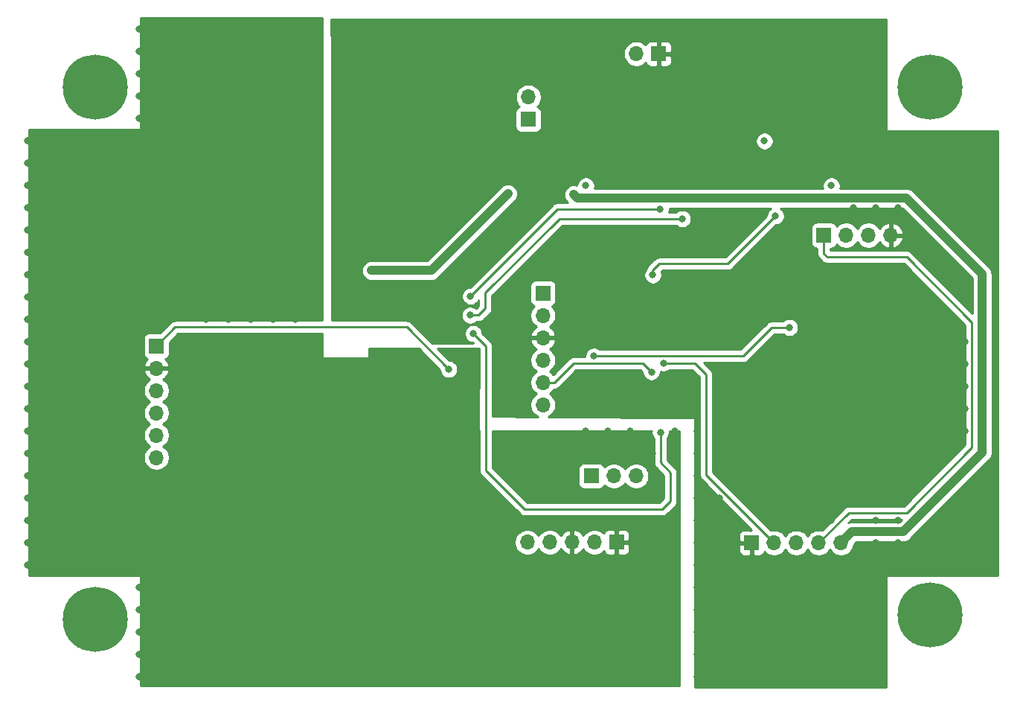
<source format=gbr>
%TF.GenerationSoftware,KiCad,Pcbnew,5.1.9+dfsg1-1*%
%TF.CreationDate,2022-01-11T16:25:16+01:00*%
%TF.ProjectId,wheather_board_v1 ,77686561-7468-4657-925f-626f6172645f,rev?*%
%TF.SameCoordinates,Original*%
%TF.FileFunction,Copper,L2,Bot*%
%TF.FilePolarity,Positive*%
%FSLAX46Y46*%
G04 Gerber Fmt 4.6, Leading zero omitted, Abs format (unit mm)*
G04 Created by KiCad (PCBNEW 5.1.9+dfsg1-1) date 2022-01-11 16:25:16*
%MOMM*%
%LPD*%
G01*
G04 APERTURE LIST*
%TA.AperFunction,ComponentPad*%
%ADD10C,0.800000*%
%TD*%
%TA.AperFunction,ComponentPad*%
%ADD11C,7.400000*%
%TD*%
%TA.AperFunction,ComponentPad*%
%ADD12O,1.700000X1.700000*%
%TD*%
%TA.AperFunction,ComponentPad*%
%ADD13R,1.700000X1.700000*%
%TD*%
%TA.AperFunction,ViaPad*%
%ADD14C,0.800000*%
%TD*%
%TA.AperFunction,Conductor*%
%ADD15C,0.250000*%
%TD*%
%TA.AperFunction,Conductor*%
%ADD16C,1.000000*%
%TD*%
%TA.AperFunction,Conductor*%
%ADD17C,0.254000*%
%TD*%
%TA.AperFunction,Conductor*%
%ADD18C,0.100000*%
%TD*%
G04 APERTURE END LIST*
D10*
%TO.P,,1*%
%TO.N,N/C*%
X190962221Y-123037779D03*
X189000000Y-122225000D03*
X187037779Y-123037779D03*
X186225000Y-125000000D03*
X187037779Y-126962221D03*
X189000000Y-127775000D03*
X190962221Y-126962221D03*
X191775000Y-125000000D03*
D11*
X189000000Y-125000000D03*
%TD*%
D10*
%TO.P,REF\u002A\u002A,1*%
%TO.N,N/C*%
X95962221Y-63037779D03*
X94000000Y-62225000D03*
X92037779Y-63037779D03*
X91225000Y-65000000D03*
X92037779Y-66962221D03*
X94000000Y-67775000D03*
X95962221Y-66962221D03*
X96775000Y-65000000D03*
D11*
X94000000Y-65000000D03*
%TD*%
D10*
%TO.P,REF\u002A\u002A,1*%
%TO.N,N/C*%
X190962221Y-63037779D03*
X189000000Y-62225000D03*
X187037779Y-63037779D03*
X186225000Y-65000000D03*
X187037779Y-66962221D03*
X189000000Y-67775000D03*
X190962221Y-66962221D03*
X191775000Y-65000000D03*
D11*
X189000000Y-65000000D03*
%TD*%
D10*
%TO.P,,1*%
%TO.N,N/C*%
X95962221Y-123537779D03*
X94000000Y-122725000D03*
X92037779Y-123537779D03*
X91225000Y-125500000D03*
X92037779Y-127462221D03*
X94000000Y-128275000D03*
X95962221Y-127462221D03*
X96775000Y-125500000D03*
D11*
X94000000Y-125500000D03*
%TD*%
D12*
%TO.P,J2,2*%
%TO.N,VCC*%
X143306800Y-66116200D03*
D13*
%TO.P,J2,1*%
%TO.N,Net-(C1-Pad1)*%
X143306800Y-68656200D03*
%TD*%
%TO.P,J1,1*%
%TO.N,GND*%
X158140400Y-61188600D03*
D12*
%TO.P,J1,2*%
%TO.N,VCC*%
X155600400Y-61188600D03*
%TD*%
D13*
%TO.P,J8,1*%
%TO.N,+3V3*%
X176936400Y-81838800D03*
D12*
%TO.P,J8,2*%
%TO.N,/UART_TX*%
X179476400Y-81838800D03*
%TO.P,J8,3*%
%TO.N,/UART_RX*%
X182016400Y-81838800D03*
%TO.P,J8,4*%
%TO.N,GND*%
X184556400Y-81838800D03*
%TD*%
%TO.P,J7,6*%
%TO.N,/ref-*%
X100990400Y-107111800D03*
%TO.P,J7,5*%
%TO.N,/ref+*%
X100990400Y-104571800D03*
%TO.P,J7,4*%
%TO.N,/AIN-*%
X100990400Y-102031800D03*
%TO.P,J7,3*%
%TO.N,/AIN+*%
X100990400Y-99491800D03*
%TO.P,J7,2*%
%TO.N,GNDA*%
X100990400Y-96951800D03*
D13*
%TO.P,J7,1*%
%TO.N,+5VA*%
X100990400Y-94411800D03*
%TD*%
%TO.P,J6,1*%
%TO.N,GND*%
X168730000Y-116810000D03*
D12*
%TO.P,J6,2*%
%TO.N,/I2C_SCL*%
X171270000Y-116810000D03*
%TO.P,J6,3*%
%TO.N,/I2C_SDA*%
X173810000Y-116810000D03*
%TO.P,J6,4*%
%TO.N,+3V3*%
X176350000Y-116810000D03*
%TO.P,J6,5*%
%TO.N,+5V*%
X178890000Y-116810000D03*
%TD*%
D13*
%TO.P,J10,1*%
%TO.N,GNDA*%
X153360000Y-116750000D03*
D12*
%TO.P,J10,2*%
%TO.N,/ADC_HUM*%
X150820000Y-116750000D03*
%TO.P,J10,3*%
%TO.N,GNDA*%
X148280000Y-116750000D03*
%TO.P,J10,4*%
%TO.N,/ADC_TEMP*%
X145740000Y-116750000D03*
%TO.P,J10,5*%
%TO.N,+5VA*%
X143200000Y-116750000D03*
%TD*%
D13*
%TO.P,J5,1*%
%TO.N,+3V3*%
X144983200Y-88417400D03*
D12*
%TO.P,J5,2*%
%TO.N,/SWDIO*%
X144983200Y-90957400D03*
%TO.P,J5,3*%
%TO.N,GND*%
X144983200Y-93497400D03*
%TO.P,J5,4*%
%TO.N,/SWDCLK*%
X144983200Y-96037400D03*
%TO.P,J5,5*%
%TO.N,/SWO*%
X144983200Y-98577400D03*
%TO.P,J5,6*%
%TO.N,/NRST*%
X144983200Y-101117400D03*
%TD*%
D13*
%TO.P,J4,1*%
%TO.N,/ADC_HUM*%
X150490000Y-109220000D03*
D12*
%TO.P,J4,2*%
%TO.N,Net-(J4-Pad2)*%
X153030000Y-109220000D03*
%TO.P,J4,3*%
%TO.N,/I2C_SDA*%
X155570000Y-109220000D03*
%TD*%
D14*
%TO.N,*%
X149860000Y-76200000D03*
X177800000Y-76200000D03*
%TO.N,GND*%
X165100000Y-111760000D03*
X165100000Y-114300000D03*
X165100000Y-116840000D03*
X152400000Y-73660000D03*
X182880000Y-132080000D03*
X180340000Y-132080000D03*
X177800000Y-129540000D03*
X175260000Y-132080000D03*
X172720000Y-127000000D03*
X180340000Y-127000000D03*
X177800000Y-132080000D03*
X175260000Y-127000000D03*
X182880000Y-127000000D03*
X172720000Y-129540000D03*
X182880000Y-129540000D03*
X180340000Y-129540000D03*
X177800000Y-127000000D03*
X172720000Y-132080000D03*
X175260000Y-129540000D03*
X172720000Y-124460000D03*
X170180000Y-124460000D03*
X167640000Y-121920000D03*
X165100000Y-124460000D03*
X175260000Y-124460000D03*
X162560000Y-119380000D03*
X175260000Y-121920000D03*
X167640000Y-124460000D03*
X165100000Y-119380000D03*
X162560000Y-121920000D03*
X172720000Y-121920000D03*
X170180000Y-121920000D03*
X162560000Y-124460000D03*
X165100000Y-121920000D03*
X182880000Y-124460000D03*
X180340000Y-124460000D03*
X177800000Y-121920000D03*
X175260000Y-124460000D03*
X185420000Y-119380000D03*
X177800000Y-124460000D03*
X182880000Y-119380000D03*
X172720000Y-121920000D03*
X182880000Y-121920000D03*
X180340000Y-121920000D03*
X172720000Y-124460000D03*
X175260000Y-121920000D03*
X190500000Y-101600000D03*
X187960000Y-101600000D03*
X185420000Y-99060000D03*
X182880000Y-101600000D03*
X193040000Y-101600000D03*
X193040000Y-96520000D03*
X180340000Y-96520000D03*
X193040000Y-99060000D03*
X187960000Y-96520000D03*
X185420000Y-101600000D03*
X182880000Y-96520000D03*
X190500000Y-96520000D03*
X180340000Y-99060000D03*
X190500000Y-99060000D03*
X187960000Y-99060000D03*
X185420000Y-96520000D03*
X180340000Y-101600000D03*
X182880000Y-99060000D03*
X185420000Y-101600000D03*
X185420000Y-104140000D03*
X182880000Y-106680000D03*
X185420000Y-109220000D03*
X185420000Y-99060000D03*
X180340000Y-99060000D03*
X180340000Y-111760000D03*
X182880000Y-99060000D03*
X180340000Y-104140000D03*
X185420000Y-106680000D03*
X180340000Y-109220000D03*
X180340000Y-101600000D03*
X182880000Y-111760000D03*
X182880000Y-101600000D03*
X182880000Y-104140000D03*
X180340000Y-106680000D03*
X185420000Y-111760000D03*
X182880000Y-109220000D03*
X185420000Y-76200000D03*
X182880000Y-73660000D03*
X182880000Y-71120000D03*
X182880000Y-68580000D03*
X185420000Y-73660000D03*
X185420000Y-71120000D03*
X182880000Y-68580000D03*
X180340000Y-76200000D03*
X180340000Y-73660000D03*
X180340000Y-71120000D03*
X180340000Y-68580000D03*
X182880000Y-73660000D03*
X182880000Y-71120000D03*
X180340000Y-60960000D03*
X180340000Y-58420000D03*
X182880000Y-58420000D03*
X182880000Y-60960000D03*
X180340000Y-66040000D03*
X180340000Y-63500000D03*
X182880000Y-63500000D03*
X182880000Y-66040000D03*
X177800000Y-60960000D03*
X170180000Y-60960000D03*
X170180000Y-58420000D03*
X172720000Y-58420000D03*
X175260000Y-58420000D03*
X177800000Y-58420000D03*
X172720000Y-60960000D03*
X175260000Y-60960000D03*
X177800000Y-66040000D03*
X170180000Y-66040000D03*
X170180000Y-63500000D03*
X172720000Y-63500000D03*
X175260000Y-63500000D03*
X177800000Y-63500000D03*
X172720000Y-66040000D03*
X175260000Y-66040000D03*
X170180000Y-60960000D03*
X162560000Y-60960000D03*
X162560000Y-58420000D03*
X165100000Y-58420000D03*
X167640000Y-58420000D03*
X170180000Y-58420000D03*
X165100000Y-60960000D03*
X167640000Y-60960000D03*
X170180000Y-66040000D03*
X162560000Y-66040000D03*
X162560000Y-63500000D03*
X165100000Y-63500000D03*
X167640000Y-63500000D03*
X170180000Y-63500000D03*
X165100000Y-66040000D03*
X167640000Y-66040000D03*
X160020000Y-66040000D03*
X152400000Y-66040000D03*
X152400000Y-63500000D03*
X154940000Y-63500000D03*
X157480000Y-63500000D03*
X160020000Y-63500000D03*
X154940000Y-66040000D03*
X157480000Y-66040000D03*
X154940000Y-66040000D03*
X147320000Y-66040000D03*
X147320000Y-63500000D03*
X149860000Y-63500000D03*
X152400000Y-63500000D03*
X154940000Y-63500000D03*
X149860000Y-66040000D03*
X152400000Y-66040000D03*
X162560000Y-71120000D03*
X154940000Y-71120000D03*
X154940000Y-68580000D03*
X157480000Y-68580000D03*
X160020000Y-68580000D03*
X162560000Y-68580000D03*
X157480000Y-71120000D03*
X160020000Y-71120000D03*
X154940000Y-73660000D03*
X157480000Y-73660000D03*
X160020000Y-73660000D03*
X162560000Y-73660000D03*
X152400000Y-76200000D03*
X154940000Y-73660000D03*
X157480000Y-73660000D03*
X160020000Y-73660000D03*
X160020000Y-73660000D03*
X152400000Y-71120000D03*
X154940000Y-71120000D03*
X157480000Y-71120000D03*
X160020000Y-71120000D03*
X154940000Y-73660000D03*
X157480000Y-73660000D03*
X162560000Y-71120000D03*
X162560000Y-68580000D03*
X165100000Y-68580000D03*
X167640000Y-68580000D03*
X165100000Y-71120000D03*
X167640000Y-71120000D03*
X165100000Y-73660000D03*
X157480000Y-73660000D03*
X157480000Y-71120000D03*
X160020000Y-71120000D03*
X162560000Y-71120000D03*
X165100000Y-71120000D03*
X160020000Y-73660000D03*
X162560000Y-73660000D03*
X165100000Y-76200000D03*
X157480000Y-73660000D03*
X160020000Y-73660000D03*
X162560000Y-73660000D03*
X165100000Y-73660000D03*
X129540000Y-68580000D03*
X121920000Y-68580000D03*
X121920000Y-66040000D03*
X124460000Y-66040000D03*
X127000000Y-66040000D03*
X129540000Y-66040000D03*
X124460000Y-68580000D03*
X127000000Y-68580000D03*
X129540000Y-63500000D03*
X121920000Y-63500000D03*
X121920000Y-60960000D03*
X124460000Y-60960000D03*
X127000000Y-60960000D03*
X129540000Y-60960000D03*
X124460000Y-63500000D03*
X127000000Y-63500000D03*
X129540000Y-60960000D03*
X121920000Y-60960000D03*
X121920000Y-58420000D03*
X124460000Y-58420000D03*
X127000000Y-58420000D03*
X129540000Y-58420000D03*
X124460000Y-60960000D03*
X127000000Y-60960000D03*
X139700000Y-68580000D03*
X132080000Y-68580000D03*
X132080000Y-66040000D03*
X134620000Y-66040000D03*
X137160000Y-66040000D03*
X139700000Y-66040000D03*
X134620000Y-68580000D03*
X137160000Y-68580000D03*
X139700000Y-63500000D03*
X132080000Y-63500000D03*
X132080000Y-60960000D03*
X134620000Y-60960000D03*
X137160000Y-60960000D03*
X139700000Y-60960000D03*
X134620000Y-63500000D03*
X137160000Y-63500000D03*
X139700000Y-60960000D03*
X132080000Y-60960000D03*
X132080000Y-58420000D03*
X134620000Y-58420000D03*
X137160000Y-58420000D03*
X139700000Y-58420000D03*
X134620000Y-60960000D03*
X137160000Y-60960000D03*
X124460000Y-71120000D03*
X127000000Y-71120000D03*
X121920000Y-71120000D03*
X127000000Y-68580000D03*
X121920000Y-68580000D03*
X124460000Y-68580000D03*
X176885600Y-72440800D03*
X127000000Y-88290400D03*
X121615200Y-85852000D03*
X170637200Y-104800400D03*
X170385835Y-106159745D03*
X170566834Y-107530234D03*
X171162478Y-108777716D03*
X172114462Y-109780077D03*
X173329600Y-110439200D03*
X174688945Y-110690565D03*
X176059434Y-110509566D03*
X177306916Y-109913922D03*
X178309277Y-108961938D03*
X178968400Y-107746800D03*
X179219765Y-106387455D03*
X179038766Y-105016966D03*
X178443122Y-103769484D03*
X177491138Y-102767123D03*
X176276000Y-102108000D03*
X174916655Y-101856635D03*
X173546166Y-102037634D03*
X150469600Y-101447600D03*
X162560000Y-132080000D03*
X165100000Y-132080000D03*
X167640000Y-132080000D03*
X170180000Y-132080000D03*
X172720000Y-132080000D03*
X175260000Y-132080000D03*
X162560000Y-129540000D03*
X165100000Y-129540000D03*
X167640000Y-129540000D03*
X170180000Y-129540000D03*
X172720000Y-129540000D03*
X175260000Y-129540000D03*
X175260000Y-127000000D03*
X172720000Y-127000000D03*
X170180000Y-127000000D03*
X167640000Y-127000000D03*
X165100000Y-127000000D03*
X162560000Y-127000000D03*
X187960000Y-104140000D03*
X190500000Y-104140000D03*
X193040000Y-104140000D03*
X190500000Y-106680000D03*
X187960000Y-106680000D03*
X187960000Y-109220000D03*
X175260000Y-93980000D03*
X180340000Y-93980000D03*
X177800000Y-93980000D03*
X177800000Y-96520000D03*
X177800000Y-99060000D03*
X177800000Y-101600000D03*
X172720000Y-93980000D03*
X170180000Y-96520000D03*
X170180000Y-109220000D03*
X170180000Y-111760000D03*
X172720000Y-111760000D03*
X175260000Y-111760000D03*
X177800000Y-111760000D03*
X185420000Y-116840000D03*
X187960000Y-116840000D03*
X190500000Y-116840000D03*
X193040000Y-116840000D03*
X195580000Y-116840000D03*
X195580000Y-119380000D03*
X193040000Y-119380000D03*
X190500000Y-119380000D03*
X187960000Y-119380000D03*
X195580000Y-109220000D03*
X195580000Y-111760000D03*
X193040000Y-114300000D03*
X190500000Y-114300000D03*
X193040000Y-111760000D03*
X195580000Y-114300000D03*
X193040000Y-111760000D03*
X195580000Y-83820000D03*
X195580000Y-81280000D03*
X195580000Y-76200000D03*
X195580000Y-71120000D03*
X195580000Y-73660000D03*
X195580000Y-78740000D03*
X193040000Y-78740000D03*
X190500000Y-78740000D03*
X195580000Y-73660000D03*
X193040000Y-73660000D03*
X193040000Y-76200000D03*
X190500000Y-76200000D03*
X190500000Y-73660000D03*
X190500000Y-73660000D03*
X190500000Y-71120000D03*
X193040000Y-71120000D03*
X193040000Y-81280000D03*
X187960000Y-76200000D03*
X187960000Y-73660000D03*
X187960000Y-71120000D03*
X147320000Y-58420000D03*
X149860000Y-58420000D03*
X154940000Y-58420000D03*
X157480000Y-58420000D03*
X160020000Y-58420000D03*
X152400000Y-58420000D03*
X144780000Y-58420000D03*
X142240000Y-58420000D03*
X142240000Y-60960000D03*
X144780000Y-63500000D03*
X142240000Y-63500000D03*
X147320000Y-73660000D03*
X142240000Y-73660000D03*
X139700000Y-73660000D03*
X139700000Y-76200000D03*
X152400000Y-81280000D03*
X154940000Y-81280000D03*
X157480000Y-81280000D03*
X157480000Y-83820000D03*
X154940000Y-83820000D03*
X152400000Y-83820000D03*
X160020000Y-86360000D03*
X160020000Y-83820000D03*
X160020000Y-81280000D03*
X162560000Y-81280000D03*
X165100000Y-81280000D03*
X167640000Y-81280000D03*
X165100000Y-83820000D03*
X162560000Y-83820000D03*
X162560000Y-86360000D03*
X180340000Y-78740000D03*
X182880000Y-78740000D03*
X185420000Y-78740000D03*
X190500000Y-83820000D03*
X190500000Y-86360000D03*
X193040000Y-86360000D03*
X193040000Y-88900000D03*
X187960000Y-83820000D03*
X187960000Y-81280000D03*
X175260000Y-83820000D03*
X172720000Y-86360000D03*
X170180000Y-88900000D03*
X170180000Y-83820000D03*
X172720000Y-81280000D03*
X167640000Y-86360000D03*
X177800000Y-86360000D03*
X177800000Y-88900000D03*
X177800000Y-91440000D03*
X175260000Y-91440000D03*
X175260000Y-88900000D03*
X193040000Y-93980000D03*
X185420000Y-114300000D03*
X139700000Y-101600000D03*
X139700000Y-99060000D03*
X139700000Y-96520000D03*
X139700000Y-93980000D03*
X139700000Y-91440000D03*
X139700000Y-88900000D03*
X142240000Y-88900000D03*
X142240000Y-91440000D03*
X142240000Y-93980000D03*
X142240000Y-96520000D03*
X142240000Y-99060000D03*
X142240000Y-99060000D03*
X142240000Y-101600000D03*
X147320000Y-83820000D03*
X149860000Y-83820000D03*
X149860000Y-86360000D03*
X147320000Y-86360000D03*
X147320000Y-88900000D03*
X149860000Y-88900000D03*
X149860000Y-91440000D03*
X162560000Y-111760000D03*
X162560000Y-114300000D03*
X162560000Y-116840000D03*
X162560000Y-109220000D03*
X162560000Y-106680000D03*
X162560000Y-104140000D03*
X180340000Y-86360000D03*
X182880000Y-86360000D03*
X185420000Y-86360000D03*
X180340000Y-88900000D03*
X167640000Y-91440000D03*
X154940000Y-86360000D03*
X147320000Y-91440000D03*
X129540000Y-88900000D03*
X144780000Y-71120000D03*
X167640000Y-119380000D03*
X170180000Y-119380000D03*
X170180000Y-119380000D03*
X172720000Y-119380000D03*
X175260000Y-119380000D03*
X177800000Y-119380000D03*
X180340000Y-119380000D03*
X182880000Y-116840000D03*
X182880000Y-114300000D03*
X177800000Y-114300000D03*
X175260000Y-114300000D03*
X172720000Y-114300000D03*
X170180000Y-114300000D03*
X167640000Y-111760000D03*
X147320000Y-81280000D03*
X182880000Y-76200000D03*
X162560000Y-76200000D03*
X160020000Y-76200000D03*
X157480000Y-76200000D03*
X154940000Y-76200000D03*
X149860000Y-73660000D03*
X149860000Y-71120000D03*
X147320000Y-71120000D03*
X177800000Y-73660000D03*
X177800000Y-71120000D03*
X175260000Y-71120000D03*
X170180000Y-73660000D03*
X175260000Y-76200000D03*
%TO.N,+5VA*%
X134264400Y-97078800D03*
%TO.N,GNDA*%
X111760000Y-114300000D03*
X114300000Y-114300000D03*
X116840000Y-114300000D03*
X119380000Y-114300000D03*
X121920000Y-114300000D03*
X124460000Y-114300000D03*
X109220000Y-111760000D03*
X106680000Y-109220000D03*
X152400000Y-111760000D03*
X157480000Y-111760000D03*
X154940000Y-111760000D03*
X152400000Y-106680000D03*
X149860000Y-106680000D03*
X99060000Y-58420000D03*
X99060000Y-60960000D03*
X99060000Y-63500000D03*
X99060000Y-66040000D03*
X99060000Y-68580000D03*
X114300000Y-132080000D03*
X111760000Y-129540000D03*
X109220000Y-129540000D03*
X109220000Y-127000000D03*
X114300000Y-127000000D03*
X109220000Y-132080000D03*
X111760000Y-127000000D03*
X114300000Y-129540000D03*
X111760000Y-132080000D03*
X121920000Y-132080000D03*
X119380000Y-129540000D03*
X116840000Y-129540000D03*
X116840000Y-127000000D03*
X121920000Y-127000000D03*
X116840000Y-132080000D03*
X119380000Y-127000000D03*
X121920000Y-129540000D03*
X119380000Y-132080000D03*
X129540000Y-132080000D03*
X127000000Y-129540000D03*
X124460000Y-129540000D03*
X124460000Y-127000000D03*
X129540000Y-127000000D03*
X124460000Y-132080000D03*
X127000000Y-127000000D03*
X129540000Y-129540000D03*
X127000000Y-132080000D03*
X137160000Y-132080000D03*
X134620000Y-129540000D03*
X132080000Y-129540000D03*
X132080000Y-127000000D03*
X137160000Y-127000000D03*
X132080000Y-132080000D03*
X134620000Y-127000000D03*
X137160000Y-129540000D03*
X134620000Y-132080000D03*
X144780000Y-132080000D03*
X142240000Y-129540000D03*
X139700000Y-129540000D03*
X139700000Y-127000000D03*
X144780000Y-127000000D03*
X139700000Y-132080000D03*
X142240000Y-127000000D03*
X144780000Y-129540000D03*
X142240000Y-132080000D03*
X152400000Y-132080000D03*
X149860000Y-129540000D03*
X147320000Y-129540000D03*
X147320000Y-127000000D03*
X152400000Y-127000000D03*
X147320000Y-132080000D03*
X149860000Y-127000000D03*
X152400000Y-129540000D03*
X149860000Y-132080000D03*
X160020000Y-132080000D03*
X157480000Y-129540000D03*
X154940000Y-129540000D03*
X154940000Y-127000000D03*
X160020000Y-127000000D03*
X154940000Y-132080000D03*
X157480000Y-127000000D03*
X160020000Y-129540000D03*
X157480000Y-132080000D03*
X106680000Y-124460000D03*
X104140000Y-121920000D03*
X101600000Y-121920000D03*
X101600000Y-119380000D03*
X106680000Y-119380000D03*
X101600000Y-124460000D03*
X104140000Y-119380000D03*
X106680000Y-121920000D03*
X104140000Y-124460000D03*
X114300000Y-124460000D03*
X111760000Y-121920000D03*
X109220000Y-121920000D03*
X109220000Y-119380000D03*
X114300000Y-119380000D03*
X109220000Y-124460000D03*
X111760000Y-119380000D03*
X114300000Y-121920000D03*
X111760000Y-124460000D03*
X121920000Y-124460000D03*
X119380000Y-121920000D03*
X116840000Y-121920000D03*
X116840000Y-119380000D03*
X121920000Y-119380000D03*
X116840000Y-124460000D03*
X119380000Y-119380000D03*
X121920000Y-121920000D03*
X119380000Y-124460000D03*
X129540000Y-124460000D03*
X127000000Y-121920000D03*
X124460000Y-121920000D03*
X124460000Y-119380000D03*
X129540000Y-119380000D03*
X124460000Y-124460000D03*
X127000000Y-119380000D03*
X129540000Y-121920000D03*
X127000000Y-124460000D03*
X137160000Y-124460000D03*
X132080000Y-121920000D03*
X132080000Y-119380000D03*
X137160000Y-119380000D03*
X132080000Y-124460000D03*
X134620000Y-119380000D03*
X134620000Y-124460000D03*
X144780000Y-124460000D03*
X139700000Y-121920000D03*
X139700000Y-119380000D03*
X144780000Y-119380000D03*
X139700000Y-124460000D03*
X142240000Y-119380000D03*
X144780000Y-121920000D03*
X142240000Y-124460000D03*
X152400000Y-124460000D03*
X147320000Y-121920000D03*
X147320000Y-119380000D03*
X152400000Y-119380000D03*
X147320000Y-124460000D03*
X149860000Y-119380000D03*
X152400000Y-121920000D03*
X149860000Y-124460000D03*
X160020000Y-124460000D03*
X157480000Y-121920000D03*
X154940000Y-121920000D03*
X154940000Y-119380000D03*
X160020000Y-119380000D03*
X154940000Y-124460000D03*
X157480000Y-119380000D03*
X160020000Y-121920000D03*
X157480000Y-124460000D03*
X101600000Y-121920000D03*
X99060000Y-119380000D03*
X96520000Y-119380000D03*
X96520000Y-116840000D03*
X101600000Y-116840000D03*
X99060000Y-116840000D03*
X101600000Y-119380000D03*
X99060000Y-121920000D03*
X93980000Y-119380000D03*
X91440000Y-119380000D03*
X91440000Y-116840000D03*
X96520000Y-116840000D03*
X93980000Y-116840000D03*
X96520000Y-119380000D03*
X88900000Y-119380000D03*
X86360000Y-119380000D03*
X86360000Y-116840000D03*
X91440000Y-116840000D03*
X88900000Y-116840000D03*
X91440000Y-119380000D03*
X91440000Y-114300000D03*
X88900000Y-111760000D03*
X86360000Y-111760000D03*
X86360000Y-109220000D03*
X91440000Y-109220000D03*
X86360000Y-114300000D03*
X88900000Y-109220000D03*
X91440000Y-111760000D03*
X88900000Y-114300000D03*
X91440000Y-106680000D03*
X88900000Y-104140000D03*
X86360000Y-104140000D03*
X86360000Y-101600000D03*
X91440000Y-101600000D03*
X86360000Y-106680000D03*
X88900000Y-101600000D03*
X91440000Y-104140000D03*
X88900000Y-106680000D03*
X91440000Y-99060000D03*
X88900000Y-96520000D03*
X86360000Y-96520000D03*
X86360000Y-93980000D03*
X91440000Y-93980000D03*
X86360000Y-99060000D03*
X88900000Y-93980000D03*
X91440000Y-96520000D03*
X88900000Y-99060000D03*
X91440000Y-91440000D03*
X88900000Y-88900000D03*
X86360000Y-88900000D03*
X86360000Y-86360000D03*
X91440000Y-86360000D03*
X86360000Y-91440000D03*
X88900000Y-86360000D03*
X91440000Y-88900000D03*
X88900000Y-91440000D03*
X91440000Y-83820000D03*
X88900000Y-81280000D03*
X86360000Y-81280000D03*
X86360000Y-78740000D03*
X91440000Y-78740000D03*
X86360000Y-83820000D03*
X88900000Y-78740000D03*
X91440000Y-81280000D03*
X88900000Y-83820000D03*
X91440000Y-76200000D03*
X88900000Y-73660000D03*
X86360000Y-73660000D03*
X86360000Y-71120000D03*
X91440000Y-71120000D03*
X86360000Y-76200000D03*
X88900000Y-71120000D03*
X91440000Y-73660000D03*
X88900000Y-76200000D03*
X99060000Y-76200000D03*
X96520000Y-73660000D03*
X93980000Y-73660000D03*
X93980000Y-71120000D03*
X99060000Y-71120000D03*
X93980000Y-76200000D03*
X96520000Y-71120000D03*
X99060000Y-73660000D03*
X96520000Y-76200000D03*
X99060000Y-83820000D03*
X96520000Y-81280000D03*
X93980000Y-81280000D03*
X93980000Y-78740000D03*
X99060000Y-78740000D03*
X93980000Y-83820000D03*
X96520000Y-78740000D03*
X99060000Y-81280000D03*
X96520000Y-83820000D03*
X99060000Y-91440000D03*
X96520000Y-88900000D03*
X93980000Y-88900000D03*
X93980000Y-86360000D03*
X99060000Y-86360000D03*
X93980000Y-91440000D03*
X96520000Y-86360000D03*
X99060000Y-88900000D03*
X96520000Y-91440000D03*
X96520000Y-106680000D03*
X93980000Y-96520000D03*
X96520000Y-93980000D03*
X96520000Y-99060000D03*
X96520000Y-101600000D03*
X93980000Y-93980000D03*
X96520000Y-104140000D03*
X93980000Y-99060000D03*
X93980000Y-109220000D03*
X96520000Y-96520000D03*
X93980000Y-104140000D03*
X93980000Y-101600000D03*
X93980000Y-106680000D03*
X96520000Y-109220000D03*
X96520000Y-114300000D03*
X93980000Y-104140000D03*
X96520000Y-101600000D03*
X96520000Y-106680000D03*
X96520000Y-109220000D03*
X93980000Y-101600000D03*
X96520000Y-111760000D03*
X93980000Y-106680000D03*
X93980000Y-116840000D03*
X96520000Y-104140000D03*
X93980000Y-111760000D03*
X93980000Y-109220000D03*
X93980000Y-114300000D03*
X96520000Y-116840000D03*
X99060000Y-116840000D03*
X101600000Y-116840000D03*
X101600000Y-121920000D03*
X101600000Y-119380000D03*
X99060000Y-121920000D03*
X99060000Y-119380000D03*
X99060000Y-116840000D03*
X101600000Y-116840000D03*
X101600000Y-111760000D03*
X101600000Y-114300000D03*
X99060000Y-111760000D03*
X99060000Y-114300000D03*
X104140000Y-66040000D03*
X106680000Y-71120000D03*
X109220000Y-71120000D03*
X106680000Y-68580000D03*
X109220000Y-68580000D03*
X106680000Y-66040000D03*
X109220000Y-66040000D03*
X104140000Y-71120000D03*
X96520000Y-71120000D03*
X101600000Y-66040000D03*
X101600000Y-68580000D03*
X99060000Y-71120000D03*
X101600000Y-71120000D03*
X104140000Y-68580000D03*
X104140000Y-60960000D03*
X106680000Y-66040000D03*
X109220000Y-66040000D03*
X106680000Y-63500000D03*
X109220000Y-63500000D03*
X106680000Y-60960000D03*
X109220000Y-60960000D03*
X104140000Y-66040000D03*
X101600000Y-60960000D03*
X101600000Y-63500000D03*
X101600000Y-66040000D03*
X104140000Y-63500000D03*
X104140000Y-58420000D03*
X106680000Y-63500000D03*
X109220000Y-63500000D03*
X106680000Y-60960000D03*
X109220000Y-60960000D03*
X106680000Y-58420000D03*
X109220000Y-58420000D03*
X104140000Y-63500000D03*
X101600000Y-58420000D03*
X101600000Y-60960000D03*
X101600000Y-63500000D03*
X104140000Y-60960000D03*
X114300000Y-58420000D03*
X116840000Y-63500000D03*
X119380000Y-63500000D03*
X116840000Y-60960000D03*
X119380000Y-60960000D03*
X116840000Y-58420000D03*
X119380000Y-58420000D03*
X109220000Y-58420000D03*
X114300000Y-63500000D03*
X106680000Y-63500000D03*
X111760000Y-58420000D03*
X111760000Y-60960000D03*
X109220000Y-63500000D03*
X106680000Y-58420000D03*
X109220000Y-60960000D03*
X106680000Y-60960000D03*
X111760000Y-63500000D03*
X114300000Y-60960000D03*
X114300000Y-66040000D03*
X116840000Y-71120000D03*
X119380000Y-71120000D03*
X116840000Y-68580000D03*
X119380000Y-68580000D03*
X116840000Y-66040000D03*
X119380000Y-66040000D03*
X109220000Y-66040000D03*
X114300000Y-71120000D03*
X106680000Y-71120000D03*
X111760000Y-66040000D03*
X111760000Y-68580000D03*
X109220000Y-71120000D03*
X106680000Y-66040000D03*
X109220000Y-68580000D03*
X106680000Y-68580000D03*
X111760000Y-71120000D03*
X114300000Y-68580000D03*
X101600000Y-76200000D03*
X106680000Y-73660000D03*
X106680000Y-71120000D03*
X104140000Y-73660000D03*
X104140000Y-71120000D03*
X101600000Y-73660000D03*
X101600000Y-71120000D03*
X101600000Y-81280000D03*
X106680000Y-76200000D03*
X106680000Y-83820000D03*
X101600000Y-78740000D03*
X104140000Y-78740000D03*
X106680000Y-81280000D03*
X101600000Y-83820000D03*
X104140000Y-81280000D03*
X104140000Y-83820000D03*
X106680000Y-78740000D03*
X104140000Y-76200000D03*
X99060000Y-116840000D03*
X96520000Y-111760000D03*
X93980000Y-111760000D03*
X96520000Y-114300000D03*
X93980000Y-114300000D03*
X96520000Y-116840000D03*
X93980000Y-116840000D03*
X104140000Y-116840000D03*
X99060000Y-111760000D03*
X106680000Y-111760000D03*
X101600000Y-116840000D03*
X101600000Y-114300000D03*
X104140000Y-111760000D03*
X106680000Y-116840000D03*
X104140000Y-114300000D03*
X106680000Y-114300000D03*
X101600000Y-111760000D03*
X99060000Y-114300000D03*
X116840000Y-116840000D03*
X119380000Y-121920000D03*
X121920000Y-121920000D03*
X119380000Y-119380000D03*
X121920000Y-119380000D03*
X119380000Y-116840000D03*
X121920000Y-116840000D03*
X111760000Y-116840000D03*
X116840000Y-121920000D03*
X109220000Y-121920000D03*
X114300000Y-116840000D03*
X114300000Y-119380000D03*
X111760000Y-121920000D03*
X109220000Y-116840000D03*
X111760000Y-119380000D03*
X109220000Y-119380000D03*
X114300000Y-121920000D03*
X116840000Y-119380000D03*
X132080000Y-116840000D03*
X134620000Y-119380000D03*
X137160000Y-119380000D03*
X134620000Y-116840000D03*
X137160000Y-116840000D03*
X127000000Y-116840000D03*
X132080000Y-121920000D03*
X124460000Y-121920000D03*
X129540000Y-116840000D03*
X129540000Y-119380000D03*
X127000000Y-121920000D03*
X124460000Y-116840000D03*
X127000000Y-119380000D03*
X124460000Y-119380000D03*
X129540000Y-121920000D03*
X132080000Y-119380000D03*
X152400000Y-121920000D03*
X149860000Y-119380000D03*
X152400000Y-119380000D03*
X147320000Y-121920000D03*
X139700000Y-121920000D03*
X144780000Y-119380000D03*
X139700000Y-116840000D03*
X142240000Y-119380000D03*
X139700000Y-119380000D03*
X144780000Y-121920000D03*
X147320000Y-119380000D03*
X157480000Y-121920000D03*
X160020000Y-121920000D03*
X157480000Y-119380000D03*
X160020000Y-119380000D03*
X157480000Y-116840000D03*
X160020000Y-116840000D03*
X154940000Y-121920000D03*
X147320000Y-121920000D03*
X152400000Y-119380000D03*
X149860000Y-119380000D03*
X147320000Y-119380000D03*
X152400000Y-121920000D03*
X154940000Y-119380000D03*
X106680000Y-93980000D03*
X114300000Y-93980000D03*
X111760000Y-93980000D03*
X109220000Y-93980000D03*
X104140000Y-93980000D03*
X106680000Y-96520000D03*
X114300000Y-96520000D03*
X111760000Y-96520000D03*
X109220000Y-96520000D03*
X104140000Y-96520000D03*
X101600000Y-86360000D03*
X109220000Y-86360000D03*
X106680000Y-86360000D03*
X104140000Y-86360000D03*
X104140000Y-88900000D03*
X106680000Y-86360000D03*
X104140000Y-86360000D03*
X106680000Y-88900000D03*
X101600000Y-88900000D03*
X104140000Y-86360000D03*
X101600000Y-86360000D03*
X104140000Y-88900000D03*
X99060000Y-91440000D03*
X101600000Y-88900000D03*
X99060000Y-88900000D03*
X101600000Y-91440000D03*
X109220000Y-76200000D03*
X111760000Y-73660000D03*
X109220000Y-73660000D03*
X111760000Y-76200000D03*
X109220000Y-78740000D03*
X111760000Y-76200000D03*
X109220000Y-76200000D03*
X111760000Y-78740000D03*
X114300000Y-73660000D03*
X116840000Y-71120000D03*
X114300000Y-71120000D03*
X116840000Y-73660000D03*
X116840000Y-73660000D03*
X119380000Y-71120000D03*
X116840000Y-71120000D03*
X119380000Y-73660000D03*
X119380000Y-81280000D03*
X119380000Y-78740000D03*
X119380000Y-83820000D03*
X119380000Y-86360000D03*
X119380000Y-83820000D03*
X132080000Y-106680000D03*
X132080000Y-106680000D03*
X134620000Y-106680000D03*
X132080000Y-109220000D03*
X132080000Y-104140000D03*
X134620000Y-109220000D03*
X132080000Y-109220000D03*
X134620000Y-106680000D03*
X134620000Y-104140000D03*
X134620000Y-109220000D03*
X132080000Y-111760000D03*
X132080000Y-111760000D03*
X134620000Y-111760000D03*
X132080000Y-114300000D03*
X132080000Y-109220000D03*
X134620000Y-114300000D03*
X132080000Y-114300000D03*
X134620000Y-111760000D03*
X134620000Y-109220000D03*
X134620000Y-114300000D03*
X137160000Y-114300000D03*
X137160000Y-114300000D03*
X139700000Y-114300000D03*
X137160000Y-116840000D03*
X137160000Y-111760000D03*
X139700000Y-116840000D03*
X137160000Y-116840000D03*
X139700000Y-114300000D03*
X139700000Y-111760000D03*
X139700000Y-116840000D03*
X134620000Y-106680000D03*
X134620000Y-106680000D03*
X137160000Y-106680000D03*
X134620000Y-109220000D03*
X134620000Y-104140000D03*
X137160000Y-109220000D03*
X134620000Y-109220000D03*
X137160000Y-106680000D03*
X137160000Y-109220000D03*
X112877600Y-108407200D03*
X121462800Y-104622600D03*
X131673600Y-101828600D03*
X125730000Y-106857800D03*
X101600000Y-127000000D03*
X104140000Y-127000000D03*
X106680000Y-127000000D03*
X106680000Y-129540000D03*
X104140000Y-129540000D03*
X101600000Y-129540000D03*
X101600000Y-132080000D03*
X104140000Y-132080000D03*
X106680000Y-132080000D03*
X160020000Y-114300000D03*
X160020000Y-106680000D03*
X160020000Y-104140000D03*
X154940000Y-104140000D03*
X152400000Y-104140000D03*
X149860000Y-104140000D03*
X144780000Y-109220000D03*
X147320000Y-109220000D03*
X147320000Y-111760000D03*
X144780000Y-111760000D03*
X142240000Y-106680000D03*
X139700000Y-106680000D03*
X142240000Y-109220000D03*
X137160000Y-101600000D03*
X136906000Y-98806000D03*
X137160000Y-96520000D03*
X132080000Y-99060000D03*
X132080000Y-96520000D03*
X106680000Y-91440000D03*
X109220000Y-91440000D03*
X111760000Y-91440000D03*
X114300000Y-91440000D03*
X116840000Y-91440000D03*
X109220000Y-114300000D03*
X99060000Y-124460000D03*
X99060000Y-127000000D03*
X99060000Y-129540000D03*
X99060000Y-132080000D03*
X104140000Y-109220000D03*
X149860000Y-121920000D03*
X142240000Y-121920000D03*
X137160000Y-121920000D03*
X134620000Y-121920000D03*
X149860000Y-111760000D03*
X157480000Y-106680000D03*
X154940000Y-106680000D03*
X157480000Y-114300000D03*
X154940000Y-114300000D03*
X152400000Y-114300000D03*
X149860000Y-114300000D03*
X147320000Y-114300000D03*
X144780000Y-114300000D03*
X142240000Y-114300000D03*
%TO.N,+5V*%
X140995400Y-77114400D03*
X125476000Y-85852000D03*
X148488400Y-77216006D03*
%TO.N,/NRST*%
X150774400Y-95591790D03*
X173037500Y-92329000D03*
%TO.N,/SWO*%
X157327600Y-97383600D03*
%TO.N,/I2C_SCL*%
X158699200Y-96367600D03*
%TO.N,Net-(R1-Pad2)*%
X170180000Y-71120000D03*
%TO.N,/SPI_MISO*%
X136728200Y-88773000D03*
X158318200Y-78867000D03*
%TO.N,/SPI_SCK*%
X136677400Y-90932000D03*
X160832802Y-79959200D03*
%TO.N,/SPI_MOSI*%
X171450000Y-79654400D03*
X157480000Y-86360000D03*
%TO.N,/ADS_NSS*%
X137058400Y-93014800D03*
X158343600Y-104241600D03*
%TD*%
D15*
%TO.N,+5VA*%
X129475399Y-92289799D02*
X134264400Y-97078800D01*
X103112401Y-92289799D02*
X129475399Y-92289799D01*
X100990400Y-94411800D02*
X103112401Y-92289799D01*
%TO.N,GNDA*%
X123494800Y-104622600D02*
X125730000Y-106857800D01*
X121462800Y-104622600D02*
X123494800Y-104622600D01*
X126644400Y-106857800D02*
X131673600Y-101828600D01*
X125730000Y-106857800D02*
X126644400Y-106857800D01*
X133883400Y-101828600D02*
X136906000Y-98806000D01*
X131673600Y-101828600D02*
X133883400Y-101828600D01*
X136906000Y-98806000D02*
X136906000Y-98806000D01*
%TO.N,+3V3*%
X177317400Y-84302600D02*
X176936400Y-83921600D01*
X176936400Y-83921600D02*
X176936400Y-81838800D01*
X193802000Y-91744800D02*
X186359800Y-84302600D01*
X193802000Y-105968800D02*
X193802000Y-91744800D01*
X186385200Y-113385600D02*
X193802000Y-105968800D01*
X179774400Y-113385600D02*
X186385200Y-113385600D01*
X186359800Y-84302600D02*
X177317400Y-84302600D01*
X176350000Y-116810000D02*
X179774400Y-113385600D01*
D16*
%TO.N,+5V*%
X140995400Y-77114400D02*
X132257800Y-85852000D01*
X132257800Y-85852000D02*
X125476000Y-85852000D01*
X148888399Y-77616005D02*
X148488400Y-77216006D01*
X180130000Y-115570000D02*
X185978800Y-115570000D01*
X186328005Y-77616005D02*
X148888399Y-77616005D01*
X194970400Y-86258400D02*
X186328005Y-77616005D01*
X194970400Y-106578400D02*
X194970400Y-86258400D01*
X185978800Y-115570000D02*
X194970400Y-106578400D01*
X178890000Y-116810000D02*
X180130000Y-115570000D01*
D15*
%TO.N,/NRST*%
X171005500Y-92329000D02*
X173037500Y-92329000D01*
X167742710Y-95591790D02*
X171005500Y-92329000D01*
X150774400Y-95591790D02*
X167742710Y-95591790D01*
%TO.N,/SWO*%
X156362400Y-96418400D02*
X157327600Y-97383600D01*
X148437600Y-96418400D02*
X156362400Y-96418400D01*
X146278600Y-98577400D02*
X148437600Y-96418400D01*
X144983200Y-98577400D02*
X146278600Y-98577400D01*
%TO.N,/I2C_SCL*%
X162255200Y-96367600D02*
X158699200Y-96367600D01*
X163525200Y-97637600D02*
X162255200Y-96367600D01*
X163525200Y-109065200D02*
X163525200Y-97637600D01*
X171270000Y-116810000D02*
X163525200Y-109065200D01*
%TO.N,/SPI_MISO*%
X146634200Y-78867000D02*
X158318200Y-78867000D01*
X136728200Y-88773000D02*
X146634200Y-78867000D01*
%TO.N,/SPI_SCK*%
X146862800Y-79959200D02*
X160832802Y-79959200D01*
X138430000Y-90170000D02*
X138430000Y-88392000D01*
X137668000Y-90932000D02*
X138430000Y-90170000D01*
X138430000Y-88392000D02*
X146862800Y-79959200D01*
X136677400Y-90932000D02*
X137668000Y-90932000D01*
%TO.N,/SPI_MOSI*%
X157480000Y-85815001D02*
X157480000Y-86360000D01*
X158205001Y-85090000D02*
X157480000Y-85815001D01*
X166014400Y-85090000D02*
X158205001Y-85090000D01*
X171450000Y-79654400D02*
X166014400Y-85090000D01*
%TO.N,/ADS_NSS*%
X159512000Y-108864400D02*
X158343600Y-107696000D01*
X159512000Y-112064800D02*
X159512000Y-108864400D01*
X142900400Y-113030000D02*
X158546800Y-113030000D01*
X158343600Y-107696000D02*
X158343600Y-104241600D01*
X158546800Y-113030000D02*
X159512000Y-112064800D01*
X138480800Y-108610400D02*
X142900400Y-113030000D01*
X138480800Y-94437200D02*
X138480800Y-108610400D01*
X137058400Y-93014800D02*
X138480800Y-94437200D01*
%TD*%
D17*
%TO.N,GND*%
X184023000Y-69850000D02*
X184025440Y-69874776D01*
X184032667Y-69898601D01*
X184044403Y-69920557D01*
X184060197Y-69939803D01*
X184079443Y-69955597D01*
X184101399Y-69967333D01*
X184125224Y-69974560D01*
X184150000Y-69977000D01*
X196723000Y-69977000D01*
X196723000Y-120523000D01*
X184150000Y-120523000D01*
X184125224Y-120525440D01*
X184101399Y-120532667D01*
X184079443Y-120544403D01*
X184060197Y-120560197D01*
X184044403Y-120579443D01*
X184032667Y-120601399D01*
X184025440Y-120625224D01*
X184023000Y-120650000D01*
X184023000Y-133223000D01*
X162242500Y-133223000D01*
X162242500Y-117660000D01*
X167241928Y-117660000D01*
X167254188Y-117784482D01*
X167290498Y-117904180D01*
X167349463Y-118014494D01*
X167428815Y-118111185D01*
X167525506Y-118190537D01*
X167635820Y-118249502D01*
X167755518Y-118285812D01*
X167880000Y-118298072D01*
X168444250Y-118295000D01*
X168603000Y-118136250D01*
X168603000Y-116937000D01*
X167403750Y-116937000D01*
X167245000Y-117095750D01*
X167241928Y-117660000D01*
X162242500Y-117660000D01*
X162242500Y-102743000D01*
X162240060Y-102718224D01*
X162232833Y-102694399D01*
X162221097Y-102672443D01*
X162205303Y-102653197D01*
X162186057Y-102637403D01*
X162164101Y-102625667D01*
X162140276Y-102618440D01*
X162116539Y-102616004D01*
X145572587Y-102480620D01*
X145686611Y-102433390D01*
X145929832Y-102270875D01*
X146136675Y-102064032D01*
X146299190Y-101820811D01*
X146411132Y-101550558D01*
X146468200Y-101263660D01*
X146468200Y-100971140D01*
X146411132Y-100684242D01*
X146299190Y-100413989D01*
X146136675Y-100170768D01*
X145929832Y-99963925D01*
X145755440Y-99847400D01*
X145929832Y-99730875D01*
X146136675Y-99524032D01*
X146260137Y-99339258D01*
X146278600Y-99341076D01*
X146315922Y-99337400D01*
X146315933Y-99337400D01*
X146427586Y-99326403D01*
X146570847Y-99282946D01*
X146702876Y-99212374D01*
X146818601Y-99117401D01*
X146842404Y-99088397D01*
X148752402Y-97178400D01*
X156047599Y-97178400D01*
X156292600Y-97423401D01*
X156292600Y-97485539D01*
X156332374Y-97685498D01*
X156410395Y-97873856D01*
X156523663Y-98043374D01*
X156667826Y-98187537D01*
X156837344Y-98300805D01*
X157025702Y-98378826D01*
X157225661Y-98418600D01*
X157429539Y-98418600D01*
X157629498Y-98378826D01*
X157817856Y-98300805D01*
X157987374Y-98187537D01*
X158131537Y-98043374D01*
X158244805Y-97873856D01*
X158322826Y-97685498D01*
X158362600Y-97485539D01*
X158362600Y-97348452D01*
X158397302Y-97362826D01*
X158597261Y-97402600D01*
X158801139Y-97402600D01*
X159001098Y-97362826D01*
X159189456Y-97284805D01*
X159358974Y-97171537D01*
X159402911Y-97127600D01*
X161940399Y-97127600D01*
X162765201Y-97952403D01*
X162765200Y-109027878D01*
X162761524Y-109065200D01*
X162765200Y-109102522D01*
X162765200Y-109102532D01*
X162776197Y-109214185D01*
X162819654Y-109357446D01*
X162890226Y-109489476D01*
X162930071Y-109538026D01*
X162985199Y-109605201D01*
X163014203Y-109629004D01*
X168710198Y-115325000D01*
X168602998Y-115325000D01*
X168602998Y-115483748D01*
X168444250Y-115325000D01*
X167880000Y-115321928D01*
X167755518Y-115334188D01*
X167635820Y-115370498D01*
X167525506Y-115429463D01*
X167428815Y-115508815D01*
X167349463Y-115605506D01*
X167290498Y-115715820D01*
X167254188Y-115835518D01*
X167241928Y-115960000D01*
X167245000Y-116524250D01*
X167403750Y-116683000D01*
X168603000Y-116683000D01*
X168603000Y-116663000D01*
X168857000Y-116663000D01*
X168857000Y-116683000D01*
X168877000Y-116683000D01*
X168877000Y-116937000D01*
X168857000Y-116937000D01*
X168857000Y-118136250D01*
X169015750Y-118295000D01*
X169580000Y-118298072D01*
X169704482Y-118285812D01*
X169824180Y-118249502D01*
X169934494Y-118190537D01*
X170031185Y-118111185D01*
X170110537Y-118014494D01*
X170169502Y-117904180D01*
X170191513Y-117831620D01*
X170323368Y-117963475D01*
X170566589Y-118125990D01*
X170836842Y-118237932D01*
X171123740Y-118295000D01*
X171416260Y-118295000D01*
X171703158Y-118237932D01*
X171973411Y-118125990D01*
X172216632Y-117963475D01*
X172423475Y-117756632D01*
X172540000Y-117582240D01*
X172656525Y-117756632D01*
X172863368Y-117963475D01*
X173106589Y-118125990D01*
X173376842Y-118237932D01*
X173663740Y-118295000D01*
X173956260Y-118295000D01*
X174243158Y-118237932D01*
X174513411Y-118125990D01*
X174756632Y-117963475D01*
X174963475Y-117756632D01*
X175080000Y-117582240D01*
X175196525Y-117756632D01*
X175403368Y-117963475D01*
X175646589Y-118125990D01*
X175916842Y-118237932D01*
X176203740Y-118295000D01*
X176496260Y-118295000D01*
X176783158Y-118237932D01*
X177053411Y-118125990D01*
X177296632Y-117963475D01*
X177503475Y-117756632D01*
X177620000Y-117582240D01*
X177736525Y-117756632D01*
X177943368Y-117963475D01*
X178186589Y-118125990D01*
X178456842Y-118237932D01*
X178743740Y-118295000D01*
X179036260Y-118295000D01*
X179323158Y-118237932D01*
X179593411Y-118125990D01*
X179836632Y-117963475D01*
X180043475Y-117756632D01*
X180205990Y-117513411D01*
X180317932Y-117243158D01*
X180375000Y-116956260D01*
X180375000Y-116930132D01*
X180600132Y-116705000D01*
X185923049Y-116705000D01*
X185978800Y-116710491D01*
X186034551Y-116705000D01*
X186034552Y-116705000D01*
X186201299Y-116688577D01*
X186415247Y-116623676D01*
X186612423Y-116518284D01*
X186785249Y-116376449D01*
X186820796Y-116333135D01*
X195733546Y-107420387D01*
X195776849Y-107384849D01*
X195813842Y-107339774D01*
X195918684Y-107212023D01*
X196024076Y-107014847D01*
X196088977Y-106800899D01*
X196098046Y-106708815D01*
X196105400Y-106634152D01*
X196105400Y-106634151D01*
X196110891Y-106578400D01*
X196105400Y-106522648D01*
X196105400Y-86314143D01*
X196110890Y-86258399D01*
X196105400Y-86202655D01*
X196105400Y-86202648D01*
X196088977Y-86035901D01*
X196024076Y-85821953D01*
X195918684Y-85624777D01*
X195776849Y-85451951D01*
X195733541Y-85416409D01*
X187170001Y-76852870D01*
X187134454Y-76809556D01*
X186961628Y-76667721D01*
X186764452Y-76562329D01*
X186550504Y-76497428D01*
X186383757Y-76481005D01*
X186383756Y-76481005D01*
X186328005Y-76475514D01*
X186272254Y-76481005D01*
X178799382Y-76481005D01*
X178835000Y-76301939D01*
X178835000Y-76098061D01*
X178795226Y-75898102D01*
X178717205Y-75709744D01*
X178603937Y-75540226D01*
X178459774Y-75396063D01*
X178290256Y-75282795D01*
X178101898Y-75204774D01*
X177901939Y-75165000D01*
X177698061Y-75165000D01*
X177498102Y-75204774D01*
X177309744Y-75282795D01*
X177140226Y-75396063D01*
X176996063Y-75540226D01*
X176882795Y-75709744D01*
X176804774Y-75898102D01*
X176765000Y-76098061D01*
X176765000Y-76301939D01*
X176800618Y-76481005D01*
X150859382Y-76481005D01*
X150895000Y-76301939D01*
X150895000Y-76098061D01*
X150855226Y-75898102D01*
X150777205Y-75709744D01*
X150663937Y-75540226D01*
X150519774Y-75396063D01*
X150350256Y-75282795D01*
X150161898Y-75204774D01*
X149961939Y-75165000D01*
X149758061Y-75165000D01*
X149558102Y-75204774D01*
X149369744Y-75282795D01*
X149200226Y-75396063D01*
X149056063Y-75540226D01*
X148942795Y-75709744D01*
X148864774Y-75898102D01*
X148825000Y-76098061D01*
X148825000Y-76132042D01*
X148710898Y-76097429D01*
X148488400Y-76075515D01*
X148265902Y-76097429D01*
X148051954Y-76162330D01*
X147854778Y-76267723D01*
X147681952Y-76409558D01*
X147540117Y-76582384D01*
X147434724Y-76779560D01*
X147369823Y-76993508D01*
X147347909Y-77216006D01*
X147369823Y-77438504D01*
X147434724Y-77652452D01*
X147540117Y-77849628D01*
X147646412Y-77979149D01*
X147774263Y-78107000D01*
X146671533Y-78107000D01*
X146634200Y-78103323D01*
X146596867Y-78107000D01*
X146485214Y-78117997D01*
X146341953Y-78161454D01*
X146209924Y-78232026D01*
X146094199Y-78326999D01*
X146070401Y-78355997D01*
X136688399Y-87738000D01*
X136626261Y-87738000D01*
X136426302Y-87777774D01*
X136237944Y-87855795D01*
X136068426Y-87969063D01*
X135924263Y-88113226D01*
X135810995Y-88282744D01*
X135732974Y-88471102D01*
X135693200Y-88671061D01*
X135693200Y-88874939D01*
X135732974Y-89074898D01*
X135810995Y-89263256D01*
X135924263Y-89432774D01*
X136068426Y-89576937D01*
X136237944Y-89690205D01*
X136426302Y-89768226D01*
X136626261Y-89808000D01*
X136830139Y-89808000D01*
X137030098Y-89768226D01*
X137218456Y-89690205D01*
X137387974Y-89576937D01*
X137532137Y-89432774D01*
X137645405Y-89263256D01*
X137670001Y-89203878D01*
X137670000Y-89855198D01*
X137367155Y-90158044D01*
X137337174Y-90128063D01*
X137167656Y-90014795D01*
X136979298Y-89936774D01*
X136779339Y-89897000D01*
X136575461Y-89897000D01*
X136375502Y-89936774D01*
X136187144Y-90014795D01*
X136017626Y-90128063D01*
X135873463Y-90272226D01*
X135760195Y-90441744D01*
X135682174Y-90630102D01*
X135642400Y-90830061D01*
X135642400Y-91033939D01*
X135682174Y-91233898D01*
X135760195Y-91422256D01*
X135873463Y-91591774D01*
X136017626Y-91735937D01*
X136187144Y-91849205D01*
X136375502Y-91927226D01*
X136575461Y-91967000D01*
X136779339Y-91967000D01*
X136979298Y-91927226D01*
X137167656Y-91849205D01*
X137337174Y-91735937D01*
X137381111Y-91692000D01*
X137630678Y-91692000D01*
X137668000Y-91695676D01*
X137705322Y-91692000D01*
X137705333Y-91692000D01*
X137816986Y-91681003D01*
X137960247Y-91637546D01*
X138092276Y-91566974D01*
X138208001Y-91472001D01*
X138231803Y-91442998D01*
X138941004Y-90733798D01*
X138970001Y-90710001D01*
X139064974Y-90594276D01*
X139135546Y-90462247D01*
X139179003Y-90318986D01*
X139190000Y-90207333D01*
X139190000Y-90207325D01*
X139193676Y-90170000D01*
X139190000Y-90132675D01*
X139190000Y-88706801D01*
X140329401Y-87567400D01*
X143495128Y-87567400D01*
X143495128Y-89267400D01*
X143507388Y-89391882D01*
X143543698Y-89511580D01*
X143602663Y-89621894D01*
X143682015Y-89718585D01*
X143778706Y-89797937D01*
X143889020Y-89856902D01*
X143961580Y-89878913D01*
X143829725Y-90010768D01*
X143667210Y-90253989D01*
X143555268Y-90524242D01*
X143498200Y-90811140D01*
X143498200Y-91103660D01*
X143555268Y-91390558D01*
X143667210Y-91660811D01*
X143829725Y-91904032D01*
X144036568Y-92110875D01*
X144218734Y-92232595D01*
X144101845Y-92302222D01*
X143885612Y-92497131D01*
X143711559Y-92730480D01*
X143586375Y-92993301D01*
X143541724Y-93140510D01*
X143663045Y-93370400D01*
X144856200Y-93370400D01*
X144856200Y-93350400D01*
X145110200Y-93350400D01*
X145110200Y-93370400D01*
X146303355Y-93370400D01*
X146424676Y-93140510D01*
X146380025Y-92993301D01*
X146254841Y-92730480D01*
X146080788Y-92497131D01*
X145864555Y-92302222D01*
X145747666Y-92232595D01*
X145929832Y-92110875D01*
X146136675Y-91904032D01*
X146299190Y-91660811D01*
X146411132Y-91390558D01*
X146468200Y-91103660D01*
X146468200Y-90811140D01*
X146411132Y-90524242D01*
X146299190Y-90253989D01*
X146136675Y-90010768D01*
X146004820Y-89878913D01*
X146077380Y-89856902D01*
X146187694Y-89797937D01*
X146284385Y-89718585D01*
X146363737Y-89621894D01*
X146422702Y-89511580D01*
X146459012Y-89391882D01*
X146471272Y-89267400D01*
X146471272Y-87567400D01*
X146459012Y-87442918D01*
X146422702Y-87323220D01*
X146363737Y-87212906D01*
X146284385Y-87116215D01*
X146187694Y-87036863D01*
X146077380Y-86977898D01*
X145957682Y-86941588D01*
X145833200Y-86929328D01*
X144133200Y-86929328D01*
X144008718Y-86941588D01*
X143889020Y-86977898D01*
X143778706Y-87036863D01*
X143682015Y-87116215D01*
X143602663Y-87212906D01*
X143543698Y-87323220D01*
X143507388Y-87442918D01*
X143495128Y-87567400D01*
X140329401Y-87567400D01*
X147177602Y-80719200D01*
X160129091Y-80719200D01*
X160173028Y-80763137D01*
X160342546Y-80876405D01*
X160530904Y-80954426D01*
X160730863Y-80994200D01*
X160934741Y-80994200D01*
X161134700Y-80954426D01*
X161323058Y-80876405D01*
X161492576Y-80763137D01*
X161636739Y-80618974D01*
X161750007Y-80449456D01*
X161828028Y-80261098D01*
X161867802Y-80061139D01*
X161867802Y-79857261D01*
X161828028Y-79657302D01*
X161750007Y-79468944D01*
X161636739Y-79299426D01*
X161492576Y-79155263D01*
X161323058Y-79041995D01*
X161134700Y-78963974D01*
X160934741Y-78924200D01*
X160730863Y-78924200D01*
X160530904Y-78963974D01*
X160342546Y-79041995D01*
X160173028Y-79155263D01*
X160129091Y-79199200D01*
X159300874Y-79199200D01*
X159313426Y-79168898D01*
X159353200Y-78968939D01*
X159353200Y-78765061D01*
X159350404Y-78751005D01*
X170939076Y-78751005D01*
X170790226Y-78850463D01*
X170646063Y-78994626D01*
X170532795Y-79164144D01*
X170454774Y-79352502D01*
X170415000Y-79552461D01*
X170415000Y-79614598D01*
X165699599Y-84330000D01*
X158242323Y-84330000D01*
X158205000Y-84326324D01*
X158167677Y-84330000D01*
X158167668Y-84330000D01*
X158056015Y-84340997D01*
X157912754Y-84384454D01*
X157780725Y-84455026D01*
X157665000Y-84549999D01*
X157641202Y-84578998D01*
X156969002Y-85251198D01*
X156939999Y-85275000D01*
X156884871Y-85342175D01*
X156845026Y-85390725D01*
X156831755Y-85415553D01*
X156774454Y-85522755D01*
X156740021Y-85636268D01*
X156676063Y-85700226D01*
X156562795Y-85869744D01*
X156484774Y-86058102D01*
X156445000Y-86258061D01*
X156445000Y-86461939D01*
X156484774Y-86661898D01*
X156562795Y-86850256D01*
X156676063Y-87019774D01*
X156820226Y-87163937D01*
X156989744Y-87277205D01*
X157178102Y-87355226D01*
X157378061Y-87395000D01*
X157581939Y-87395000D01*
X157781898Y-87355226D01*
X157970256Y-87277205D01*
X158139774Y-87163937D01*
X158283937Y-87019774D01*
X158397205Y-86850256D01*
X158475226Y-86661898D01*
X158515000Y-86461939D01*
X158515000Y-86258061D01*
X158475226Y-86058102D01*
X158427330Y-85942472D01*
X158519803Y-85850000D01*
X165977078Y-85850000D01*
X166014400Y-85853676D01*
X166051722Y-85850000D01*
X166051733Y-85850000D01*
X166163386Y-85839003D01*
X166306647Y-85795546D01*
X166438676Y-85724974D01*
X166554401Y-85630001D01*
X166578204Y-85600997D01*
X171489802Y-80689400D01*
X171551939Y-80689400D01*
X171751898Y-80649626D01*
X171940256Y-80571605D01*
X172109774Y-80458337D01*
X172253937Y-80314174D01*
X172367205Y-80144656D01*
X172445226Y-79956298D01*
X172485000Y-79756339D01*
X172485000Y-79552461D01*
X172445226Y-79352502D01*
X172367205Y-79164144D01*
X172253937Y-78994626D01*
X172109774Y-78850463D01*
X171960924Y-78751005D01*
X185857874Y-78751005D01*
X193835401Y-86728533D01*
X193835401Y-90703399D01*
X186923604Y-83791603D01*
X186899801Y-83762599D01*
X186784076Y-83667626D01*
X186652047Y-83597054D01*
X186508786Y-83553597D01*
X186397133Y-83542600D01*
X186397122Y-83542600D01*
X186359800Y-83538924D01*
X186322478Y-83542600D01*
X177696400Y-83542600D01*
X177696400Y-83326872D01*
X177786400Y-83326872D01*
X177910882Y-83314612D01*
X178030580Y-83278302D01*
X178140894Y-83219337D01*
X178237585Y-83139985D01*
X178316937Y-83043294D01*
X178375902Y-82932980D01*
X178397913Y-82860420D01*
X178529768Y-82992275D01*
X178772989Y-83154790D01*
X179043242Y-83266732D01*
X179330140Y-83323800D01*
X179622660Y-83323800D01*
X179909558Y-83266732D01*
X180179811Y-83154790D01*
X180423032Y-82992275D01*
X180629875Y-82785432D01*
X180746400Y-82611040D01*
X180862925Y-82785432D01*
X181069768Y-82992275D01*
X181312989Y-83154790D01*
X181583242Y-83266732D01*
X181870140Y-83323800D01*
X182162660Y-83323800D01*
X182449558Y-83266732D01*
X182719811Y-83154790D01*
X182963032Y-82992275D01*
X183169875Y-82785432D01*
X183291595Y-82603266D01*
X183361222Y-82720155D01*
X183556131Y-82936388D01*
X183789480Y-83110441D01*
X184052301Y-83235625D01*
X184199510Y-83280276D01*
X184429400Y-83158955D01*
X184429400Y-81965800D01*
X184683400Y-81965800D01*
X184683400Y-83158955D01*
X184913290Y-83280276D01*
X185060499Y-83235625D01*
X185323320Y-83110441D01*
X185556669Y-82936388D01*
X185751578Y-82720155D01*
X185900557Y-82470052D01*
X185997881Y-82195691D01*
X185877214Y-81965800D01*
X184683400Y-81965800D01*
X184429400Y-81965800D01*
X184409400Y-81965800D01*
X184409400Y-81711800D01*
X184429400Y-81711800D01*
X184429400Y-80518645D01*
X184683400Y-80518645D01*
X184683400Y-81711800D01*
X185877214Y-81711800D01*
X185997881Y-81481909D01*
X185900557Y-81207548D01*
X185751578Y-80957445D01*
X185556669Y-80741212D01*
X185323320Y-80567159D01*
X185060499Y-80441975D01*
X184913290Y-80397324D01*
X184683400Y-80518645D01*
X184429400Y-80518645D01*
X184199510Y-80397324D01*
X184052301Y-80441975D01*
X183789480Y-80567159D01*
X183556131Y-80741212D01*
X183361222Y-80957445D01*
X183291595Y-81074334D01*
X183169875Y-80892168D01*
X182963032Y-80685325D01*
X182719811Y-80522810D01*
X182449558Y-80410868D01*
X182162660Y-80353800D01*
X181870140Y-80353800D01*
X181583242Y-80410868D01*
X181312989Y-80522810D01*
X181069768Y-80685325D01*
X180862925Y-80892168D01*
X180746400Y-81066560D01*
X180629875Y-80892168D01*
X180423032Y-80685325D01*
X180179811Y-80522810D01*
X179909558Y-80410868D01*
X179622660Y-80353800D01*
X179330140Y-80353800D01*
X179043242Y-80410868D01*
X178772989Y-80522810D01*
X178529768Y-80685325D01*
X178397913Y-80817180D01*
X178375902Y-80744620D01*
X178316937Y-80634306D01*
X178237585Y-80537615D01*
X178140894Y-80458263D01*
X178030580Y-80399298D01*
X177910882Y-80362988D01*
X177786400Y-80350728D01*
X176086400Y-80350728D01*
X175961918Y-80362988D01*
X175842220Y-80399298D01*
X175731906Y-80458263D01*
X175635215Y-80537615D01*
X175555863Y-80634306D01*
X175496898Y-80744620D01*
X175460588Y-80864318D01*
X175448328Y-80988800D01*
X175448328Y-82688800D01*
X175460588Y-82813282D01*
X175496898Y-82932980D01*
X175555863Y-83043294D01*
X175635215Y-83139985D01*
X175731906Y-83219337D01*
X175842220Y-83278302D01*
X175961918Y-83314612D01*
X176086400Y-83326872D01*
X176176400Y-83326872D01*
X176176400Y-83884277D01*
X176172724Y-83921600D01*
X176176400Y-83958922D01*
X176176400Y-83958932D01*
X176187397Y-84070585D01*
X176230854Y-84213846D01*
X176301426Y-84345876D01*
X176333087Y-84384454D01*
X176396399Y-84461601D01*
X176425403Y-84485404D01*
X176753596Y-84813597D01*
X176777399Y-84842601D01*
X176893124Y-84937574D01*
X177025153Y-85008146D01*
X177168414Y-85051603D01*
X177280067Y-85062600D01*
X177280076Y-85062600D01*
X177317399Y-85066276D01*
X177354722Y-85062600D01*
X186044999Y-85062600D01*
X193042001Y-92059603D01*
X193042000Y-105653998D01*
X186070399Y-112625600D01*
X179811723Y-112625600D01*
X179774400Y-112621924D01*
X179737077Y-112625600D01*
X179737067Y-112625600D01*
X179625414Y-112636597D01*
X179491545Y-112677205D01*
X179482153Y-112680054D01*
X179350123Y-112750626D01*
X179266483Y-112819268D01*
X179234399Y-112845599D01*
X179210601Y-112874597D01*
X176716408Y-115368791D01*
X176496260Y-115325000D01*
X176203740Y-115325000D01*
X175916842Y-115382068D01*
X175646589Y-115494010D01*
X175403368Y-115656525D01*
X175196525Y-115863368D01*
X175080000Y-116037760D01*
X174963475Y-115863368D01*
X174756632Y-115656525D01*
X174513411Y-115494010D01*
X174243158Y-115382068D01*
X173956260Y-115325000D01*
X173663740Y-115325000D01*
X173376842Y-115382068D01*
X173106589Y-115494010D01*
X172863368Y-115656525D01*
X172656525Y-115863368D01*
X172540000Y-116037760D01*
X172423475Y-115863368D01*
X172216632Y-115656525D01*
X171973411Y-115494010D01*
X171703158Y-115382068D01*
X171416260Y-115325000D01*
X171123740Y-115325000D01*
X170903592Y-115368790D01*
X164285200Y-108750399D01*
X164285200Y-97674922D01*
X164288876Y-97637599D01*
X164285200Y-97600276D01*
X164285200Y-97600267D01*
X164274203Y-97488614D01*
X164230746Y-97345353D01*
X164160174Y-97213324D01*
X164065201Y-97097599D01*
X164036203Y-97073801D01*
X163314191Y-96351790D01*
X167705388Y-96351790D01*
X167742710Y-96355466D01*
X167780032Y-96351790D01*
X167780043Y-96351790D01*
X167891696Y-96340793D01*
X168034957Y-96297336D01*
X168166986Y-96226764D01*
X168282711Y-96131791D01*
X168306514Y-96102787D01*
X171320302Y-93089000D01*
X172333789Y-93089000D01*
X172377726Y-93132937D01*
X172547244Y-93246205D01*
X172735602Y-93324226D01*
X172935561Y-93364000D01*
X173139439Y-93364000D01*
X173339398Y-93324226D01*
X173527756Y-93246205D01*
X173697274Y-93132937D01*
X173841437Y-92988774D01*
X173954705Y-92819256D01*
X174032726Y-92630898D01*
X174072500Y-92430939D01*
X174072500Y-92227061D01*
X174032726Y-92027102D01*
X173954705Y-91838744D01*
X173841437Y-91669226D01*
X173697274Y-91525063D01*
X173527756Y-91411795D01*
X173339398Y-91333774D01*
X173139439Y-91294000D01*
X172935561Y-91294000D01*
X172735602Y-91333774D01*
X172547244Y-91411795D01*
X172377726Y-91525063D01*
X172333789Y-91569000D01*
X171042823Y-91569000D01*
X171005500Y-91565324D01*
X170968177Y-91569000D01*
X170968167Y-91569000D01*
X170856514Y-91579997D01*
X170713253Y-91623454D01*
X170581224Y-91694026D01*
X170465499Y-91788999D01*
X170441701Y-91817997D01*
X167427909Y-94831790D01*
X151478111Y-94831790D01*
X151434174Y-94787853D01*
X151264656Y-94674585D01*
X151076298Y-94596564D01*
X150876339Y-94556790D01*
X150672461Y-94556790D01*
X150472502Y-94596564D01*
X150284144Y-94674585D01*
X150114626Y-94787853D01*
X149970463Y-94932016D01*
X149857195Y-95101534D01*
X149779174Y-95289892D01*
X149739400Y-95489851D01*
X149739400Y-95658400D01*
X148474922Y-95658400D01*
X148437599Y-95654724D01*
X148400276Y-95658400D01*
X148400267Y-95658400D01*
X148288614Y-95669397D01*
X148145353Y-95712854D01*
X148013323Y-95783426D01*
X147959499Y-95827599D01*
X147897599Y-95878399D01*
X147873801Y-95907397D01*
X146142185Y-97639014D01*
X146136675Y-97630768D01*
X145929832Y-97423925D01*
X145755440Y-97307400D01*
X145929832Y-97190875D01*
X146136675Y-96984032D01*
X146299190Y-96740811D01*
X146411132Y-96470558D01*
X146468200Y-96183660D01*
X146468200Y-95891140D01*
X146411132Y-95604242D01*
X146299190Y-95333989D01*
X146136675Y-95090768D01*
X145929832Y-94883925D01*
X145747666Y-94762205D01*
X145864555Y-94692578D01*
X146080788Y-94497669D01*
X146254841Y-94264320D01*
X146380025Y-94001499D01*
X146424676Y-93854290D01*
X146303355Y-93624400D01*
X145110200Y-93624400D01*
X145110200Y-93644400D01*
X144856200Y-93644400D01*
X144856200Y-93624400D01*
X143663045Y-93624400D01*
X143541724Y-93854290D01*
X143586375Y-94001499D01*
X143711559Y-94264320D01*
X143885612Y-94497669D01*
X144101845Y-94692578D01*
X144218734Y-94762205D01*
X144036568Y-94883925D01*
X143829725Y-95090768D01*
X143667210Y-95333989D01*
X143555268Y-95604242D01*
X143498200Y-95891140D01*
X143498200Y-96183660D01*
X143555268Y-96470558D01*
X143667210Y-96740811D01*
X143829725Y-96984032D01*
X144036568Y-97190875D01*
X144210960Y-97307400D01*
X144036568Y-97423925D01*
X143829725Y-97630768D01*
X143667210Y-97873989D01*
X143555268Y-98144242D01*
X143498200Y-98431140D01*
X143498200Y-98723660D01*
X143555268Y-99010558D01*
X143667210Y-99280811D01*
X143829725Y-99524032D01*
X144036568Y-99730875D01*
X144210960Y-99847400D01*
X144036568Y-99963925D01*
X143829725Y-100170768D01*
X143667210Y-100413989D01*
X143555268Y-100684242D01*
X143498200Y-100971140D01*
X143498200Y-101263660D01*
X143555268Y-101550558D01*
X143667210Y-101820811D01*
X143829725Y-102064032D01*
X144036568Y-102270875D01*
X144279789Y-102433390D01*
X144370055Y-102470779D01*
X139240800Y-102428805D01*
X139240800Y-94474522D01*
X139244476Y-94437199D01*
X139240800Y-94399876D01*
X139240800Y-94399867D01*
X139229803Y-94288214D01*
X139186346Y-94144953D01*
X139115774Y-94012924D01*
X139020801Y-93897199D01*
X138991804Y-93873402D01*
X138093400Y-92974999D01*
X138093400Y-92912861D01*
X138053626Y-92712902D01*
X137975605Y-92524544D01*
X137862337Y-92355026D01*
X137718174Y-92210863D01*
X137548656Y-92097595D01*
X137360298Y-92019574D01*
X137160339Y-91979800D01*
X136956461Y-91979800D01*
X136756502Y-92019574D01*
X136568144Y-92097595D01*
X136398626Y-92210863D01*
X136254463Y-92355026D01*
X136141195Y-92524544D01*
X136063174Y-92712902D01*
X136023400Y-92912861D01*
X136023400Y-93116739D01*
X136063174Y-93316698D01*
X136141195Y-93505056D01*
X136254463Y-93674574D01*
X136398626Y-93818737D01*
X136568144Y-93932005D01*
X136756502Y-94010026D01*
X136956461Y-94049800D01*
X137018599Y-94049800D01*
X137075799Y-94107000D01*
X132367402Y-94107000D01*
X130039203Y-91778802D01*
X130015400Y-91749798D01*
X129899675Y-91654825D01*
X129767646Y-91584253D01*
X129624385Y-91540796D01*
X129512732Y-91529799D01*
X129512721Y-91529799D01*
X129475399Y-91526123D01*
X129438077Y-91529799D01*
X120973036Y-91529799D01*
X120961635Y-85852000D01*
X124335509Y-85852000D01*
X124357423Y-86074499D01*
X124422324Y-86288447D01*
X124527716Y-86485623D01*
X124669551Y-86658449D01*
X124842377Y-86800284D01*
X125039553Y-86905676D01*
X125253501Y-86970577D01*
X125420248Y-86987000D01*
X132202049Y-86987000D01*
X132257800Y-86992491D01*
X132313551Y-86987000D01*
X132313552Y-86987000D01*
X132480299Y-86970577D01*
X132694247Y-86905676D01*
X132891423Y-86800284D01*
X133064249Y-86658449D01*
X133099796Y-86615135D01*
X141837388Y-77877544D01*
X141943683Y-77748024D01*
X142049075Y-77550848D01*
X142113976Y-77336900D01*
X142135890Y-77114401D01*
X142113976Y-76891902D01*
X142049075Y-76677954D01*
X141943683Y-76480778D01*
X141801848Y-76307952D01*
X141629022Y-76166117D01*
X141431846Y-76060725D01*
X141217898Y-75995824D01*
X140995399Y-75973910D01*
X140772900Y-75995824D01*
X140558952Y-76060725D01*
X140361776Y-76166117D01*
X140232256Y-76272412D01*
X131787669Y-84717000D01*
X125420248Y-84717000D01*
X125253501Y-84733423D01*
X125039553Y-84798324D01*
X124842377Y-84903716D01*
X124669551Y-85045551D01*
X124527716Y-85218377D01*
X124422324Y-85415553D01*
X124357423Y-85629501D01*
X124335509Y-85852000D01*
X120961635Y-85852000D01*
X120931849Y-71018061D01*
X169145000Y-71018061D01*
X169145000Y-71221939D01*
X169184774Y-71421898D01*
X169262795Y-71610256D01*
X169376063Y-71779774D01*
X169520226Y-71923937D01*
X169689744Y-72037205D01*
X169878102Y-72115226D01*
X170078061Y-72155000D01*
X170281939Y-72155000D01*
X170481898Y-72115226D01*
X170670256Y-72037205D01*
X170839774Y-71923937D01*
X170983937Y-71779774D01*
X171097205Y-71610256D01*
X171175226Y-71421898D01*
X171215000Y-71221939D01*
X171215000Y-71018061D01*
X171175226Y-70818102D01*
X171097205Y-70629744D01*
X170983937Y-70460226D01*
X170839774Y-70316063D01*
X170670256Y-70202795D01*
X170481898Y-70124774D01*
X170281939Y-70085000D01*
X170078061Y-70085000D01*
X169878102Y-70124774D01*
X169689744Y-70202795D01*
X169520226Y-70316063D01*
X169376063Y-70460226D01*
X169262795Y-70629744D01*
X169184774Y-70818102D01*
X169145000Y-71018061D01*
X120931849Y-71018061D01*
X120925399Y-67806200D01*
X141818728Y-67806200D01*
X141818728Y-69506200D01*
X141830988Y-69630682D01*
X141867298Y-69750380D01*
X141926263Y-69860694D01*
X142005615Y-69957385D01*
X142102306Y-70036737D01*
X142212620Y-70095702D01*
X142332318Y-70132012D01*
X142456800Y-70144272D01*
X144156800Y-70144272D01*
X144281282Y-70132012D01*
X144400980Y-70095702D01*
X144511294Y-70036737D01*
X144607985Y-69957385D01*
X144687337Y-69860694D01*
X144746302Y-69750380D01*
X144782612Y-69630682D01*
X144794872Y-69506200D01*
X144794872Y-67806200D01*
X144782612Y-67681718D01*
X144746302Y-67562020D01*
X144687337Y-67451706D01*
X144607985Y-67355015D01*
X144511294Y-67275663D01*
X144400980Y-67216698D01*
X144328420Y-67194687D01*
X144460275Y-67062832D01*
X144622790Y-66819611D01*
X144734732Y-66549358D01*
X144791800Y-66262460D01*
X144791800Y-65969940D01*
X144734732Y-65683042D01*
X144622790Y-65412789D01*
X144460275Y-65169568D01*
X144253432Y-64962725D01*
X144010211Y-64800210D01*
X143739958Y-64688268D01*
X143453060Y-64631200D01*
X143160540Y-64631200D01*
X142873642Y-64688268D01*
X142603389Y-64800210D01*
X142360168Y-64962725D01*
X142153325Y-65169568D01*
X141990810Y-65412789D01*
X141878868Y-65683042D01*
X141821800Y-65969940D01*
X141821800Y-66262460D01*
X141878868Y-66549358D01*
X141990810Y-66819611D01*
X142153325Y-67062832D01*
X142285180Y-67194687D01*
X142212620Y-67216698D01*
X142102306Y-67275663D01*
X142005615Y-67355015D01*
X141926263Y-67451706D01*
X141867298Y-67562020D01*
X141830988Y-67681718D01*
X141818728Y-67806200D01*
X120925399Y-67806200D01*
X120911817Y-61042340D01*
X154115400Y-61042340D01*
X154115400Y-61334860D01*
X154172468Y-61621758D01*
X154284410Y-61892011D01*
X154446925Y-62135232D01*
X154653768Y-62342075D01*
X154896989Y-62504590D01*
X155167242Y-62616532D01*
X155454140Y-62673600D01*
X155746660Y-62673600D01*
X156033558Y-62616532D01*
X156303811Y-62504590D01*
X156547032Y-62342075D01*
X156678887Y-62210220D01*
X156700898Y-62282780D01*
X156759863Y-62393094D01*
X156839215Y-62489785D01*
X156935906Y-62569137D01*
X157046220Y-62628102D01*
X157165918Y-62664412D01*
X157290400Y-62676672D01*
X157854650Y-62673600D01*
X158013400Y-62514850D01*
X158013400Y-61315600D01*
X158267400Y-61315600D01*
X158267400Y-62514850D01*
X158426150Y-62673600D01*
X158990400Y-62676672D01*
X159114882Y-62664412D01*
X159234580Y-62628102D01*
X159344894Y-62569137D01*
X159441585Y-62489785D01*
X159520937Y-62393094D01*
X159579902Y-62282780D01*
X159616212Y-62163082D01*
X159628472Y-62038600D01*
X159625400Y-61474350D01*
X159466650Y-61315600D01*
X158267400Y-61315600D01*
X158013400Y-61315600D01*
X157993400Y-61315600D01*
X157993400Y-61061600D01*
X158013400Y-61061600D01*
X158013400Y-59862350D01*
X158267400Y-59862350D01*
X158267400Y-61061600D01*
X159466650Y-61061600D01*
X159625400Y-60902850D01*
X159628472Y-60338600D01*
X159616212Y-60214118D01*
X159579902Y-60094420D01*
X159520937Y-59984106D01*
X159441585Y-59887415D01*
X159344894Y-59808063D01*
X159234580Y-59749098D01*
X159114882Y-59712788D01*
X158990400Y-59700528D01*
X158426150Y-59703600D01*
X158267400Y-59862350D01*
X158013400Y-59862350D01*
X157854650Y-59703600D01*
X157290400Y-59700528D01*
X157165918Y-59712788D01*
X157046220Y-59749098D01*
X156935906Y-59808063D01*
X156839215Y-59887415D01*
X156759863Y-59984106D01*
X156700898Y-60094420D01*
X156678887Y-60166980D01*
X156547032Y-60035125D01*
X156303811Y-59872610D01*
X156033558Y-59760668D01*
X155746660Y-59703600D01*
X155454140Y-59703600D01*
X155167242Y-59760668D01*
X154896989Y-59872610D01*
X154653768Y-60035125D01*
X154446925Y-60241968D01*
X154284410Y-60485189D01*
X154172468Y-60755442D01*
X154115400Y-61042340D01*
X120911817Y-61042340D01*
X120904256Y-57277000D01*
X184023000Y-57277000D01*
X184023000Y-69850000D01*
%TA.AperFunction,Conductor*%
D18*
G36*
X184023000Y-69850000D02*
G01*
X184025440Y-69874776D01*
X184032667Y-69898601D01*
X184044403Y-69920557D01*
X184060197Y-69939803D01*
X184079443Y-69955597D01*
X184101399Y-69967333D01*
X184125224Y-69974560D01*
X184150000Y-69977000D01*
X196723000Y-69977000D01*
X196723000Y-120523000D01*
X184150000Y-120523000D01*
X184125224Y-120525440D01*
X184101399Y-120532667D01*
X184079443Y-120544403D01*
X184060197Y-120560197D01*
X184044403Y-120579443D01*
X184032667Y-120601399D01*
X184025440Y-120625224D01*
X184023000Y-120650000D01*
X184023000Y-133223000D01*
X162242500Y-133223000D01*
X162242500Y-117660000D01*
X167241928Y-117660000D01*
X167254188Y-117784482D01*
X167290498Y-117904180D01*
X167349463Y-118014494D01*
X167428815Y-118111185D01*
X167525506Y-118190537D01*
X167635820Y-118249502D01*
X167755518Y-118285812D01*
X167880000Y-118298072D01*
X168444250Y-118295000D01*
X168603000Y-118136250D01*
X168603000Y-116937000D01*
X167403750Y-116937000D01*
X167245000Y-117095750D01*
X167241928Y-117660000D01*
X162242500Y-117660000D01*
X162242500Y-102743000D01*
X162240060Y-102718224D01*
X162232833Y-102694399D01*
X162221097Y-102672443D01*
X162205303Y-102653197D01*
X162186057Y-102637403D01*
X162164101Y-102625667D01*
X162140276Y-102618440D01*
X162116539Y-102616004D01*
X145572587Y-102480620D01*
X145686611Y-102433390D01*
X145929832Y-102270875D01*
X146136675Y-102064032D01*
X146299190Y-101820811D01*
X146411132Y-101550558D01*
X146468200Y-101263660D01*
X146468200Y-100971140D01*
X146411132Y-100684242D01*
X146299190Y-100413989D01*
X146136675Y-100170768D01*
X145929832Y-99963925D01*
X145755440Y-99847400D01*
X145929832Y-99730875D01*
X146136675Y-99524032D01*
X146260137Y-99339258D01*
X146278600Y-99341076D01*
X146315922Y-99337400D01*
X146315933Y-99337400D01*
X146427586Y-99326403D01*
X146570847Y-99282946D01*
X146702876Y-99212374D01*
X146818601Y-99117401D01*
X146842404Y-99088397D01*
X148752402Y-97178400D01*
X156047599Y-97178400D01*
X156292600Y-97423401D01*
X156292600Y-97485539D01*
X156332374Y-97685498D01*
X156410395Y-97873856D01*
X156523663Y-98043374D01*
X156667826Y-98187537D01*
X156837344Y-98300805D01*
X157025702Y-98378826D01*
X157225661Y-98418600D01*
X157429539Y-98418600D01*
X157629498Y-98378826D01*
X157817856Y-98300805D01*
X157987374Y-98187537D01*
X158131537Y-98043374D01*
X158244805Y-97873856D01*
X158322826Y-97685498D01*
X158362600Y-97485539D01*
X158362600Y-97348452D01*
X158397302Y-97362826D01*
X158597261Y-97402600D01*
X158801139Y-97402600D01*
X159001098Y-97362826D01*
X159189456Y-97284805D01*
X159358974Y-97171537D01*
X159402911Y-97127600D01*
X161940399Y-97127600D01*
X162765201Y-97952403D01*
X162765200Y-109027878D01*
X162761524Y-109065200D01*
X162765200Y-109102522D01*
X162765200Y-109102532D01*
X162776197Y-109214185D01*
X162819654Y-109357446D01*
X162890226Y-109489476D01*
X162930071Y-109538026D01*
X162985199Y-109605201D01*
X163014203Y-109629004D01*
X168710198Y-115325000D01*
X168602998Y-115325000D01*
X168602998Y-115483748D01*
X168444250Y-115325000D01*
X167880000Y-115321928D01*
X167755518Y-115334188D01*
X167635820Y-115370498D01*
X167525506Y-115429463D01*
X167428815Y-115508815D01*
X167349463Y-115605506D01*
X167290498Y-115715820D01*
X167254188Y-115835518D01*
X167241928Y-115960000D01*
X167245000Y-116524250D01*
X167403750Y-116683000D01*
X168603000Y-116683000D01*
X168603000Y-116663000D01*
X168857000Y-116663000D01*
X168857000Y-116683000D01*
X168877000Y-116683000D01*
X168877000Y-116937000D01*
X168857000Y-116937000D01*
X168857000Y-118136250D01*
X169015750Y-118295000D01*
X169580000Y-118298072D01*
X169704482Y-118285812D01*
X169824180Y-118249502D01*
X169934494Y-118190537D01*
X170031185Y-118111185D01*
X170110537Y-118014494D01*
X170169502Y-117904180D01*
X170191513Y-117831620D01*
X170323368Y-117963475D01*
X170566589Y-118125990D01*
X170836842Y-118237932D01*
X171123740Y-118295000D01*
X171416260Y-118295000D01*
X171703158Y-118237932D01*
X171973411Y-118125990D01*
X172216632Y-117963475D01*
X172423475Y-117756632D01*
X172540000Y-117582240D01*
X172656525Y-117756632D01*
X172863368Y-117963475D01*
X173106589Y-118125990D01*
X173376842Y-118237932D01*
X173663740Y-118295000D01*
X173956260Y-118295000D01*
X174243158Y-118237932D01*
X174513411Y-118125990D01*
X174756632Y-117963475D01*
X174963475Y-117756632D01*
X175080000Y-117582240D01*
X175196525Y-117756632D01*
X175403368Y-117963475D01*
X175646589Y-118125990D01*
X175916842Y-118237932D01*
X176203740Y-118295000D01*
X176496260Y-118295000D01*
X176783158Y-118237932D01*
X177053411Y-118125990D01*
X177296632Y-117963475D01*
X177503475Y-117756632D01*
X177620000Y-117582240D01*
X177736525Y-117756632D01*
X177943368Y-117963475D01*
X178186589Y-118125990D01*
X178456842Y-118237932D01*
X178743740Y-118295000D01*
X179036260Y-118295000D01*
X179323158Y-118237932D01*
X179593411Y-118125990D01*
X179836632Y-117963475D01*
X180043475Y-117756632D01*
X180205990Y-117513411D01*
X180317932Y-117243158D01*
X180375000Y-116956260D01*
X180375000Y-116930132D01*
X180600132Y-116705000D01*
X185923049Y-116705000D01*
X185978800Y-116710491D01*
X186034551Y-116705000D01*
X186034552Y-116705000D01*
X186201299Y-116688577D01*
X186415247Y-116623676D01*
X186612423Y-116518284D01*
X186785249Y-116376449D01*
X186820796Y-116333135D01*
X195733546Y-107420387D01*
X195776849Y-107384849D01*
X195813842Y-107339774D01*
X195918684Y-107212023D01*
X196024076Y-107014847D01*
X196088977Y-106800899D01*
X196098046Y-106708815D01*
X196105400Y-106634152D01*
X196105400Y-106634151D01*
X196110891Y-106578400D01*
X196105400Y-106522648D01*
X196105400Y-86314143D01*
X196110890Y-86258399D01*
X196105400Y-86202655D01*
X196105400Y-86202648D01*
X196088977Y-86035901D01*
X196024076Y-85821953D01*
X195918684Y-85624777D01*
X195776849Y-85451951D01*
X195733541Y-85416409D01*
X187170001Y-76852870D01*
X187134454Y-76809556D01*
X186961628Y-76667721D01*
X186764452Y-76562329D01*
X186550504Y-76497428D01*
X186383757Y-76481005D01*
X186383756Y-76481005D01*
X186328005Y-76475514D01*
X186272254Y-76481005D01*
X178799382Y-76481005D01*
X178835000Y-76301939D01*
X178835000Y-76098061D01*
X178795226Y-75898102D01*
X178717205Y-75709744D01*
X178603937Y-75540226D01*
X178459774Y-75396063D01*
X178290256Y-75282795D01*
X178101898Y-75204774D01*
X177901939Y-75165000D01*
X177698061Y-75165000D01*
X177498102Y-75204774D01*
X177309744Y-75282795D01*
X177140226Y-75396063D01*
X176996063Y-75540226D01*
X176882795Y-75709744D01*
X176804774Y-75898102D01*
X176765000Y-76098061D01*
X176765000Y-76301939D01*
X176800618Y-76481005D01*
X150859382Y-76481005D01*
X150895000Y-76301939D01*
X150895000Y-76098061D01*
X150855226Y-75898102D01*
X150777205Y-75709744D01*
X150663937Y-75540226D01*
X150519774Y-75396063D01*
X150350256Y-75282795D01*
X150161898Y-75204774D01*
X149961939Y-75165000D01*
X149758061Y-75165000D01*
X149558102Y-75204774D01*
X149369744Y-75282795D01*
X149200226Y-75396063D01*
X149056063Y-75540226D01*
X148942795Y-75709744D01*
X148864774Y-75898102D01*
X148825000Y-76098061D01*
X148825000Y-76132042D01*
X148710898Y-76097429D01*
X148488400Y-76075515D01*
X148265902Y-76097429D01*
X148051954Y-76162330D01*
X147854778Y-76267723D01*
X147681952Y-76409558D01*
X147540117Y-76582384D01*
X147434724Y-76779560D01*
X147369823Y-76993508D01*
X147347909Y-77216006D01*
X147369823Y-77438504D01*
X147434724Y-77652452D01*
X147540117Y-77849628D01*
X147646412Y-77979149D01*
X147774263Y-78107000D01*
X146671533Y-78107000D01*
X146634200Y-78103323D01*
X146596867Y-78107000D01*
X146485214Y-78117997D01*
X146341953Y-78161454D01*
X146209924Y-78232026D01*
X146094199Y-78326999D01*
X146070401Y-78355997D01*
X136688399Y-87738000D01*
X136626261Y-87738000D01*
X136426302Y-87777774D01*
X136237944Y-87855795D01*
X136068426Y-87969063D01*
X135924263Y-88113226D01*
X135810995Y-88282744D01*
X135732974Y-88471102D01*
X135693200Y-88671061D01*
X135693200Y-88874939D01*
X135732974Y-89074898D01*
X135810995Y-89263256D01*
X135924263Y-89432774D01*
X136068426Y-89576937D01*
X136237944Y-89690205D01*
X136426302Y-89768226D01*
X136626261Y-89808000D01*
X136830139Y-89808000D01*
X137030098Y-89768226D01*
X137218456Y-89690205D01*
X137387974Y-89576937D01*
X137532137Y-89432774D01*
X137645405Y-89263256D01*
X137670001Y-89203878D01*
X137670000Y-89855198D01*
X137367155Y-90158044D01*
X137337174Y-90128063D01*
X137167656Y-90014795D01*
X136979298Y-89936774D01*
X136779339Y-89897000D01*
X136575461Y-89897000D01*
X136375502Y-89936774D01*
X136187144Y-90014795D01*
X136017626Y-90128063D01*
X135873463Y-90272226D01*
X135760195Y-90441744D01*
X135682174Y-90630102D01*
X135642400Y-90830061D01*
X135642400Y-91033939D01*
X135682174Y-91233898D01*
X135760195Y-91422256D01*
X135873463Y-91591774D01*
X136017626Y-91735937D01*
X136187144Y-91849205D01*
X136375502Y-91927226D01*
X136575461Y-91967000D01*
X136779339Y-91967000D01*
X136979298Y-91927226D01*
X137167656Y-91849205D01*
X137337174Y-91735937D01*
X137381111Y-91692000D01*
X137630678Y-91692000D01*
X137668000Y-91695676D01*
X137705322Y-91692000D01*
X137705333Y-91692000D01*
X137816986Y-91681003D01*
X137960247Y-91637546D01*
X138092276Y-91566974D01*
X138208001Y-91472001D01*
X138231803Y-91442998D01*
X138941004Y-90733798D01*
X138970001Y-90710001D01*
X139064974Y-90594276D01*
X139135546Y-90462247D01*
X139179003Y-90318986D01*
X139190000Y-90207333D01*
X139190000Y-90207325D01*
X139193676Y-90170000D01*
X139190000Y-90132675D01*
X139190000Y-88706801D01*
X140329401Y-87567400D01*
X143495128Y-87567400D01*
X143495128Y-89267400D01*
X143507388Y-89391882D01*
X143543698Y-89511580D01*
X143602663Y-89621894D01*
X143682015Y-89718585D01*
X143778706Y-89797937D01*
X143889020Y-89856902D01*
X143961580Y-89878913D01*
X143829725Y-90010768D01*
X143667210Y-90253989D01*
X143555268Y-90524242D01*
X143498200Y-90811140D01*
X143498200Y-91103660D01*
X143555268Y-91390558D01*
X143667210Y-91660811D01*
X143829725Y-91904032D01*
X144036568Y-92110875D01*
X144218734Y-92232595D01*
X144101845Y-92302222D01*
X143885612Y-92497131D01*
X143711559Y-92730480D01*
X143586375Y-92993301D01*
X143541724Y-93140510D01*
X143663045Y-93370400D01*
X144856200Y-93370400D01*
X144856200Y-93350400D01*
X145110200Y-93350400D01*
X145110200Y-93370400D01*
X146303355Y-93370400D01*
X146424676Y-93140510D01*
X146380025Y-92993301D01*
X146254841Y-92730480D01*
X146080788Y-92497131D01*
X145864555Y-92302222D01*
X145747666Y-92232595D01*
X145929832Y-92110875D01*
X146136675Y-91904032D01*
X146299190Y-91660811D01*
X146411132Y-91390558D01*
X146468200Y-91103660D01*
X146468200Y-90811140D01*
X146411132Y-90524242D01*
X146299190Y-90253989D01*
X146136675Y-90010768D01*
X146004820Y-89878913D01*
X146077380Y-89856902D01*
X146187694Y-89797937D01*
X146284385Y-89718585D01*
X146363737Y-89621894D01*
X146422702Y-89511580D01*
X146459012Y-89391882D01*
X146471272Y-89267400D01*
X146471272Y-87567400D01*
X146459012Y-87442918D01*
X146422702Y-87323220D01*
X146363737Y-87212906D01*
X146284385Y-87116215D01*
X146187694Y-87036863D01*
X146077380Y-86977898D01*
X145957682Y-86941588D01*
X145833200Y-86929328D01*
X144133200Y-86929328D01*
X144008718Y-86941588D01*
X143889020Y-86977898D01*
X143778706Y-87036863D01*
X143682015Y-87116215D01*
X143602663Y-87212906D01*
X143543698Y-87323220D01*
X143507388Y-87442918D01*
X143495128Y-87567400D01*
X140329401Y-87567400D01*
X147177602Y-80719200D01*
X160129091Y-80719200D01*
X160173028Y-80763137D01*
X160342546Y-80876405D01*
X160530904Y-80954426D01*
X160730863Y-80994200D01*
X160934741Y-80994200D01*
X161134700Y-80954426D01*
X161323058Y-80876405D01*
X161492576Y-80763137D01*
X161636739Y-80618974D01*
X161750007Y-80449456D01*
X161828028Y-80261098D01*
X161867802Y-80061139D01*
X161867802Y-79857261D01*
X161828028Y-79657302D01*
X161750007Y-79468944D01*
X161636739Y-79299426D01*
X161492576Y-79155263D01*
X161323058Y-79041995D01*
X161134700Y-78963974D01*
X160934741Y-78924200D01*
X160730863Y-78924200D01*
X160530904Y-78963974D01*
X160342546Y-79041995D01*
X160173028Y-79155263D01*
X160129091Y-79199200D01*
X159300874Y-79199200D01*
X159313426Y-79168898D01*
X159353200Y-78968939D01*
X159353200Y-78765061D01*
X159350404Y-78751005D01*
X170939076Y-78751005D01*
X170790226Y-78850463D01*
X170646063Y-78994626D01*
X170532795Y-79164144D01*
X170454774Y-79352502D01*
X170415000Y-79552461D01*
X170415000Y-79614598D01*
X165699599Y-84330000D01*
X158242323Y-84330000D01*
X158205000Y-84326324D01*
X158167677Y-84330000D01*
X158167668Y-84330000D01*
X158056015Y-84340997D01*
X157912754Y-84384454D01*
X157780725Y-84455026D01*
X157665000Y-84549999D01*
X157641202Y-84578998D01*
X156969002Y-85251198D01*
X156939999Y-85275000D01*
X156884871Y-85342175D01*
X156845026Y-85390725D01*
X156831755Y-85415553D01*
X156774454Y-85522755D01*
X156740021Y-85636268D01*
X156676063Y-85700226D01*
X156562795Y-85869744D01*
X156484774Y-86058102D01*
X156445000Y-86258061D01*
X156445000Y-86461939D01*
X156484774Y-86661898D01*
X156562795Y-86850256D01*
X156676063Y-87019774D01*
X156820226Y-87163937D01*
X156989744Y-87277205D01*
X157178102Y-87355226D01*
X157378061Y-87395000D01*
X157581939Y-87395000D01*
X157781898Y-87355226D01*
X157970256Y-87277205D01*
X158139774Y-87163937D01*
X158283937Y-87019774D01*
X158397205Y-86850256D01*
X158475226Y-86661898D01*
X158515000Y-86461939D01*
X158515000Y-86258061D01*
X158475226Y-86058102D01*
X158427330Y-85942472D01*
X158519803Y-85850000D01*
X165977078Y-85850000D01*
X166014400Y-85853676D01*
X166051722Y-85850000D01*
X166051733Y-85850000D01*
X166163386Y-85839003D01*
X166306647Y-85795546D01*
X166438676Y-85724974D01*
X166554401Y-85630001D01*
X166578204Y-85600997D01*
X171489802Y-80689400D01*
X171551939Y-80689400D01*
X171751898Y-80649626D01*
X171940256Y-80571605D01*
X172109774Y-80458337D01*
X172253937Y-80314174D01*
X172367205Y-80144656D01*
X172445226Y-79956298D01*
X172485000Y-79756339D01*
X172485000Y-79552461D01*
X172445226Y-79352502D01*
X172367205Y-79164144D01*
X172253937Y-78994626D01*
X172109774Y-78850463D01*
X171960924Y-78751005D01*
X185857874Y-78751005D01*
X193835401Y-86728533D01*
X193835401Y-90703399D01*
X186923604Y-83791603D01*
X186899801Y-83762599D01*
X186784076Y-83667626D01*
X186652047Y-83597054D01*
X186508786Y-83553597D01*
X186397133Y-83542600D01*
X186397122Y-83542600D01*
X186359800Y-83538924D01*
X186322478Y-83542600D01*
X177696400Y-83542600D01*
X177696400Y-83326872D01*
X177786400Y-83326872D01*
X177910882Y-83314612D01*
X178030580Y-83278302D01*
X178140894Y-83219337D01*
X178237585Y-83139985D01*
X178316937Y-83043294D01*
X178375902Y-82932980D01*
X178397913Y-82860420D01*
X178529768Y-82992275D01*
X178772989Y-83154790D01*
X179043242Y-83266732D01*
X179330140Y-83323800D01*
X179622660Y-83323800D01*
X179909558Y-83266732D01*
X180179811Y-83154790D01*
X180423032Y-82992275D01*
X180629875Y-82785432D01*
X180746400Y-82611040D01*
X180862925Y-82785432D01*
X181069768Y-82992275D01*
X181312989Y-83154790D01*
X181583242Y-83266732D01*
X181870140Y-83323800D01*
X182162660Y-83323800D01*
X182449558Y-83266732D01*
X182719811Y-83154790D01*
X182963032Y-82992275D01*
X183169875Y-82785432D01*
X183291595Y-82603266D01*
X183361222Y-82720155D01*
X183556131Y-82936388D01*
X183789480Y-83110441D01*
X184052301Y-83235625D01*
X184199510Y-83280276D01*
X184429400Y-83158955D01*
X184429400Y-81965800D01*
X184683400Y-81965800D01*
X184683400Y-83158955D01*
X184913290Y-83280276D01*
X185060499Y-83235625D01*
X185323320Y-83110441D01*
X185556669Y-82936388D01*
X185751578Y-82720155D01*
X185900557Y-82470052D01*
X185997881Y-82195691D01*
X185877214Y-81965800D01*
X184683400Y-81965800D01*
X184429400Y-81965800D01*
X184409400Y-81965800D01*
X184409400Y-81711800D01*
X184429400Y-81711800D01*
X184429400Y-80518645D01*
X184683400Y-80518645D01*
X184683400Y-81711800D01*
X185877214Y-81711800D01*
X185997881Y-81481909D01*
X185900557Y-81207548D01*
X185751578Y-80957445D01*
X185556669Y-80741212D01*
X185323320Y-80567159D01*
X185060499Y-80441975D01*
X184913290Y-80397324D01*
X184683400Y-80518645D01*
X184429400Y-80518645D01*
X184199510Y-80397324D01*
X184052301Y-80441975D01*
X183789480Y-80567159D01*
X183556131Y-80741212D01*
X183361222Y-80957445D01*
X183291595Y-81074334D01*
X183169875Y-80892168D01*
X182963032Y-80685325D01*
X182719811Y-80522810D01*
X182449558Y-80410868D01*
X182162660Y-80353800D01*
X181870140Y-80353800D01*
X181583242Y-80410868D01*
X181312989Y-80522810D01*
X181069768Y-80685325D01*
X180862925Y-80892168D01*
X180746400Y-81066560D01*
X180629875Y-80892168D01*
X180423032Y-80685325D01*
X180179811Y-80522810D01*
X179909558Y-80410868D01*
X179622660Y-80353800D01*
X179330140Y-80353800D01*
X179043242Y-80410868D01*
X178772989Y-80522810D01*
X178529768Y-80685325D01*
X178397913Y-80817180D01*
X178375902Y-80744620D01*
X178316937Y-80634306D01*
X178237585Y-80537615D01*
X178140894Y-80458263D01*
X178030580Y-80399298D01*
X177910882Y-80362988D01*
X177786400Y-80350728D01*
X176086400Y-80350728D01*
X175961918Y-80362988D01*
X175842220Y-80399298D01*
X175731906Y-80458263D01*
X175635215Y-80537615D01*
X175555863Y-80634306D01*
X175496898Y-80744620D01*
X175460588Y-80864318D01*
X175448328Y-80988800D01*
X175448328Y-82688800D01*
X175460588Y-82813282D01*
X175496898Y-82932980D01*
X175555863Y-83043294D01*
X175635215Y-83139985D01*
X175731906Y-83219337D01*
X175842220Y-83278302D01*
X175961918Y-83314612D01*
X176086400Y-83326872D01*
X176176400Y-83326872D01*
X176176400Y-83884277D01*
X176172724Y-83921600D01*
X176176400Y-83958922D01*
X176176400Y-83958932D01*
X176187397Y-84070585D01*
X176230854Y-84213846D01*
X176301426Y-84345876D01*
X176333087Y-84384454D01*
X176396399Y-84461601D01*
X176425403Y-84485404D01*
X176753596Y-84813597D01*
X176777399Y-84842601D01*
X176893124Y-84937574D01*
X177025153Y-85008146D01*
X177168414Y-85051603D01*
X177280067Y-85062600D01*
X177280076Y-85062600D01*
X177317399Y-85066276D01*
X177354722Y-85062600D01*
X186044999Y-85062600D01*
X193042001Y-92059603D01*
X193042000Y-105653998D01*
X186070399Y-112625600D01*
X179811723Y-112625600D01*
X179774400Y-112621924D01*
X179737077Y-112625600D01*
X179737067Y-112625600D01*
X179625414Y-112636597D01*
X179491545Y-112677205D01*
X179482153Y-112680054D01*
X179350123Y-112750626D01*
X179266483Y-112819268D01*
X179234399Y-112845599D01*
X179210601Y-112874597D01*
X176716408Y-115368791D01*
X176496260Y-115325000D01*
X176203740Y-115325000D01*
X175916842Y-115382068D01*
X175646589Y-115494010D01*
X175403368Y-115656525D01*
X175196525Y-115863368D01*
X175080000Y-116037760D01*
X174963475Y-115863368D01*
X174756632Y-115656525D01*
X174513411Y-115494010D01*
X174243158Y-115382068D01*
X173956260Y-115325000D01*
X173663740Y-115325000D01*
X173376842Y-115382068D01*
X173106589Y-115494010D01*
X172863368Y-115656525D01*
X172656525Y-115863368D01*
X172540000Y-116037760D01*
X172423475Y-115863368D01*
X172216632Y-115656525D01*
X171973411Y-115494010D01*
X171703158Y-115382068D01*
X171416260Y-115325000D01*
X171123740Y-115325000D01*
X170903592Y-115368790D01*
X164285200Y-108750399D01*
X164285200Y-97674922D01*
X164288876Y-97637599D01*
X164285200Y-97600276D01*
X164285200Y-97600267D01*
X164274203Y-97488614D01*
X164230746Y-97345353D01*
X164160174Y-97213324D01*
X164065201Y-97097599D01*
X164036203Y-97073801D01*
X163314191Y-96351790D01*
X167705388Y-96351790D01*
X167742710Y-96355466D01*
X167780032Y-96351790D01*
X167780043Y-96351790D01*
X167891696Y-96340793D01*
X168034957Y-96297336D01*
X168166986Y-96226764D01*
X168282711Y-96131791D01*
X168306514Y-96102787D01*
X171320302Y-93089000D01*
X172333789Y-93089000D01*
X172377726Y-93132937D01*
X172547244Y-93246205D01*
X172735602Y-93324226D01*
X172935561Y-93364000D01*
X173139439Y-93364000D01*
X173339398Y-93324226D01*
X173527756Y-93246205D01*
X173697274Y-93132937D01*
X173841437Y-92988774D01*
X173954705Y-92819256D01*
X174032726Y-92630898D01*
X174072500Y-92430939D01*
X174072500Y-92227061D01*
X174032726Y-92027102D01*
X173954705Y-91838744D01*
X173841437Y-91669226D01*
X173697274Y-91525063D01*
X173527756Y-91411795D01*
X173339398Y-91333774D01*
X173139439Y-91294000D01*
X172935561Y-91294000D01*
X172735602Y-91333774D01*
X172547244Y-91411795D01*
X172377726Y-91525063D01*
X172333789Y-91569000D01*
X171042823Y-91569000D01*
X171005500Y-91565324D01*
X170968177Y-91569000D01*
X170968167Y-91569000D01*
X170856514Y-91579997D01*
X170713253Y-91623454D01*
X170581224Y-91694026D01*
X170465499Y-91788999D01*
X170441701Y-91817997D01*
X167427909Y-94831790D01*
X151478111Y-94831790D01*
X151434174Y-94787853D01*
X151264656Y-94674585D01*
X151076298Y-94596564D01*
X150876339Y-94556790D01*
X150672461Y-94556790D01*
X150472502Y-94596564D01*
X150284144Y-94674585D01*
X150114626Y-94787853D01*
X149970463Y-94932016D01*
X149857195Y-95101534D01*
X149779174Y-95289892D01*
X149739400Y-95489851D01*
X149739400Y-95658400D01*
X148474922Y-95658400D01*
X148437599Y-95654724D01*
X148400276Y-95658400D01*
X148400267Y-95658400D01*
X148288614Y-95669397D01*
X148145353Y-95712854D01*
X148013323Y-95783426D01*
X147959499Y-95827599D01*
X147897599Y-95878399D01*
X147873801Y-95907397D01*
X146142185Y-97639014D01*
X146136675Y-97630768D01*
X145929832Y-97423925D01*
X145755440Y-97307400D01*
X145929832Y-97190875D01*
X146136675Y-96984032D01*
X146299190Y-96740811D01*
X146411132Y-96470558D01*
X146468200Y-96183660D01*
X146468200Y-95891140D01*
X146411132Y-95604242D01*
X146299190Y-95333989D01*
X146136675Y-95090768D01*
X145929832Y-94883925D01*
X145747666Y-94762205D01*
X145864555Y-94692578D01*
X146080788Y-94497669D01*
X146254841Y-94264320D01*
X146380025Y-94001499D01*
X146424676Y-93854290D01*
X146303355Y-93624400D01*
X145110200Y-93624400D01*
X145110200Y-93644400D01*
X144856200Y-93644400D01*
X144856200Y-93624400D01*
X143663045Y-93624400D01*
X143541724Y-93854290D01*
X143586375Y-94001499D01*
X143711559Y-94264320D01*
X143885612Y-94497669D01*
X144101845Y-94692578D01*
X144218734Y-94762205D01*
X144036568Y-94883925D01*
X143829725Y-95090768D01*
X143667210Y-95333989D01*
X143555268Y-95604242D01*
X143498200Y-95891140D01*
X143498200Y-96183660D01*
X143555268Y-96470558D01*
X143667210Y-96740811D01*
X143829725Y-96984032D01*
X144036568Y-97190875D01*
X144210960Y-97307400D01*
X144036568Y-97423925D01*
X143829725Y-97630768D01*
X143667210Y-97873989D01*
X143555268Y-98144242D01*
X143498200Y-98431140D01*
X143498200Y-98723660D01*
X143555268Y-99010558D01*
X143667210Y-99280811D01*
X143829725Y-99524032D01*
X144036568Y-99730875D01*
X144210960Y-99847400D01*
X144036568Y-99963925D01*
X143829725Y-100170768D01*
X143667210Y-100413989D01*
X143555268Y-100684242D01*
X143498200Y-100971140D01*
X143498200Y-101263660D01*
X143555268Y-101550558D01*
X143667210Y-101820811D01*
X143829725Y-102064032D01*
X144036568Y-102270875D01*
X144279789Y-102433390D01*
X144370055Y-102470779D01*
X139240800Y-102428805D01*
X139240800Y-94474522D01*
X139244476Y-94437199D01*
X139240800Y-94399876D01*
X139240800Y-94399867D01*
X139229803Y-94288214D01*
X139186346Y-94144953D01*
X139115774Y-94012924D01*
X139020801Y-93897199D01*
X138991804Y-93873402D01*
X138093400Y-92974999D01*
X138093400Y-92912861D01*
X138053626Y-92712902D01*
X137975605Y-92524544D01*
X137862337Y-92355026D01*
X137718174Y-92210863D01*
X137548656Y-92097595D01*
X137360298Y-92019574D01*
X137160339Y-91979800D01*
X136956461Y-91979800D01*
X136756502Y-92019574D01*
X136568144Y-92097595D01*
X136398626Y-92210863D01*
X136254463Y-92355026D01*
X136141195Y-92524544D01*
X136063174Y-92712902D01*
X136023400Y-92912861D01*
X136023400Y-93116739D01*
X136063174Y-93316698D01*
X136141195Y-93505056D01*
X136254463Y-93674574D01*
X136398626Y-93818737D01*
X136568144Y-93932005D01*
X136756502Y-94010026D01*
X136956461Y-94049800D01*
X137018599Y-94049800D01*
X137075799Y-94107000D01*
X132367402Y-94107000D01*
X130039203Y-91778802D01*
X130015400Y-91749798D01*
X129899675Y-91654825D01*
X129767646Y-91584253D01*
X129624385Y-91540796D01*
X129512732Y-91529799D01*
X129512721Y-91529799D01*
X129475399Y-91526123D01*
X129438077Y-91529799D01*
X120973036Y-91529799D01*
X120961635Y-85852000D01*
X124335509Y-85852000D01*
X124357423Y-86074499D01*
X124422324Y-86288447D01*
X124527716Y-86485623D01*
X124669551Y-86658449D01*
X124842377Y-86800284D01*
X125039553Y-86905676D01*
X125253501Y-86970577D01*
X125420248Y-86987000D01*
X132202049Y-86987000D01*
X132257800Y-86992491D01*
X132313551Y-86987000D01*
X132313552Y-86987000D01*
X132480299Y-86970577D01*
X132694247Y-86905676D01*
X132891423Y-86800284D01*
X133064249Y-86658449D01*
X133099796Y-86615135D01*
X141837388Y-77877544D01*
X141943683Y-77748024D01*
X142049075Y-77550848D01*
X142113976Y-77336900D01*
X142135890Y-77114401D01*
X142113976Y-76891902D01*
X142049075Y-76677954D01*
X141943683Y-76480778D01*
X141801848Y-76307952D01*
X141629022Y-76166117D01*
X141431846Y-76060725D01*
X141217898Y-75995824D01*
X140995399Y-75973910D01*
X140772900Y-75995824D01*
X140558952Y-76060725D01*
X140361776Y-76166117D01*
X140232256Y-76272412D01*
X131787669Y-84717000D01*
X125420248Y-84717000D01*
X125253501Y-84733423D01*
X125039553Y-84798324D01*
X124842377Y-84903716D01*
X124669551Y-85045551D01*
X124527716Y-85218377D01*
X124422324Y-85415553D01*
X124357423Y-85629501D01*
X124335509Y-85852000D01*
X120961635Y-85852000D01*
X120931849Y-71018061D01*
X169145000Y-71018061D01*
X169145000Y-71221939D01*
X169184774Y-71421898D01*
X169262795Y-71610256D01*
X169376063Y-71779774D01*
X169520226Y-71923937D01*
X169689744Y-72037205D01*
X169878102Y-72115226D01*
X170078061Y-72155000D01*
X170281939Y-72155000D01*
X170481898Y-72115226D01*
X170670256Y-72037205D01*
X170839774Y-71923937D01*
X170983937Y-71779774D01*
X171097205Y-71610256D01*
X171175226Y-71421898D01*
X171215000Y-71221939D01*
X171215000Y-71018061D01*
X171175226Y-70818102D01*
X171097205Y-70629744D01*
X170983937Y-70460226D01*
X170839774Y-70316063D01*
X170670256Y-70202795D01*
X170481898Y-70124774D01*
X170281939Y-70085000D01*
X170078061Y-70085000D01*
X169878102Y-70124774D01*
X169689744Y-70202795D01*
X169520226Y-70316063D01*
X169376063Y-70460226D01*
X169262795Y-70629744D01*
X169184774Y-70818102D01*
X169145000Y-71018061D01*
X120931849Y-71018061D01*
X120925399Y-67806200D01*
X141818728Y-67806200D01*
X141818728Y-69506200D01*
X141830988Y-69630682D01*
X141867298Y-69750380D01*
X141926263Y-69860694D01*
X142005615Y-69957385D01*
X142102306Y-70036737D01*
X142212620Y-70095702D01*
X142332318Y-70132012D01*
X142456800Y-70144272D01*
X144156800Y-70144272D01*
X144281282Y-70132012D01*
X144400980Y-70095702D01*
X144511294Y-70036737D01*
X144607985Y-69957385D01*
X144687337Y-69860694D01*
X144746302Y-69750380D01*
X144782612Y-69630682D01*
X144794872Y-69506200D01*
X144794872Y-67806200D01*
X144782612Y-67681718D01*
X144746302Y-67562020D01*
X144687337Y-67451706D01*
X144607985Y-67355015D01*
X144511294Y-67275663D01*
X144400980Y-67216698D01*
X144328420Y-67194687D01*
X144460275Y-67062832D01*
X144622790Y-66819611D01*
X144734732Y-66549358D01*
X144791800Y-66262460D01*
X144791800Y-65969940D01*
X144734732Y-65683042D01*
X144622790Y-65412789D01*
X144460275Y-65169568D01*
X144253432Y-64962725D01*
X144010211Y-64800210D01*
X143739958Y-64688268D01*
X143453060Y-64631200D01*
X143160540Y-64631200D01*
X142873642Y-64688268D01*
X142603389Y-64800210D01*
X142360168Y-64962725D01*
X142153325Y-65169568D01*
X141990810Y-65412789D01*
X141878868Y-65683042D01*
X141821800Y-65969940D01*
X141821800Y-66262460D01*
X141878868Y-66549358D01*
X141990810Y-66819611D01*
X142153325Y-67062832D01*
X142285180Y-67194687D01*
X142212620Y-67216698D01*
X142102306Y-67275663D01*
X142005615Y-67355015D01*
X141926263Y-67451706D01*
X141867298Y-67562020D01*
X141830988Y-67681718D01*
X141818728Y-67806200D01*
X120925399Y-67806200D01*
X120911817Y-61042340D01*
X154115400Y-61042340D01*
X154115400Y-61334860D01*
X154172468Y-61621758D01*
X154284410Y-61892011D01*
X154446925Y-62135232D01*
X154653768Y-62342075D01*
X154896989Y-62504590D01*
X155167242Y-62616532D01*
X155454140Y-62673600D01*
X155746660Y-62673600D01*
X156033558Y-62616532D01*
X156303811Y-62504590D01*
X156547032Y-62342075D01*
X156678887Y-62210220D01*
X156700898Y-62282780D01*
X156759863Y-62393094D01*
X156839215Y-62489785D01*
X156935906Y-62569137D01*
X157046220Y-62628102D01*
X157165918Y-62664412D01*
X157290400Y-62676672D01*
X157854650Y-62673600D01*
X158013400Y-62514850D01*
X158013400Y-61315600D01*
X158267400Y-61315600D01*
X158267400Y-62514850D01*
X158426150Y-62673600D01*
X158990400Y-62676672D01*
X159114882Y-62664412D01*
X159234580Y-62628102D01*
X159344894Y-62569137D01*
X159441585Y-62489785D01*
X159520937Y-62393094D01*
X159579902Y-62282780D01*
X159616212Y-62163082D01*
X159628472Y-62038600D01*
X159625400Y-61474350D01*
X159466650Y-61315600D01*
X158267400Y-61315600D01*
X158013400Y-61315600D01*
X157993400Y-61315600D01*
X157993400Y-61061600D01*
X158013400Y-61061600D01*
X158013400Y-59862350D01*
X158267400Y-59862350D01*
X158267400Y-61061600D01*
X159466650Y-61061600D01*
X159625400Y-60902850D01*
X159628472Y-60338600D01*
X159616212Y-60214118D01*
X159579902Y-60094420D01*
X159520937Y-59984106D01*
X159441585Y-59887415D01*
X159344894Y-59808063D01*
X159234580Y-59749098D01*
X159114882Y-59712788D01*
X158990400Y-59700528D01*
X158426150Y-59703600D01*
X158267400Y-59862350D01*
X158013400Y-59862350D01*
X157854650Y-59703600D01*
X157290400Y-59700528D01*
X157165918Y-59712788D01*
X157046220Y-59749098D01*
X156935906Y-59808063D01*
X156839215Y-59887415D01*
X156759863Y-59984106D01*
X156700898Y-60094420D01*
X156678887Y-60166980D01*
X156547032Y-60035125D01*
X156303811Y-59872610D01*
X156033558Y-59760668D01*
X155746660Y-59703600D01*
X155454140Y-59703600D01*
X155167242Y-59760668D01*
X154896989Y-59872610D01*
X154653768Y-60035125D01*
X154446925Y-60241968D01*
X154284410Y-60485189D01*
X154172468Y-60755442D01*
X154115400Y-61042340D01*
X120911817Y-61042340D01*
X120904256Y-57277000D01*
X184023000Y-57277000D01*
X184023000Y-69850000D01*
G37*
%TD.AperFunction*%
D17*
X185508669Y-114435000D02*
X180185752Y-114435000D01*
X180130000Y-114429509D01*
X180074248Y-114435000D01*
X179907501Y-114451423D01*
X179729331Y-114505471D01*
X180089202Y-114145600D01*
X185798069Y-114145600D01*
X185508669Y-114435000D01*
%TA.AperFunction,Conductor*%
D18*
G36*
X185508669Y-114435000D02*
G01*
X180185752Y-114435000D01*
X180130000Y-114429509D01*
X180074248Y-114435000D01*
X179907501Y-114451423D01*
X179729331Y-114505471D01*
X180089202Y-114145600D01*
X185798069Y-114145600D01*
X185508669Y-114435000D01*
G37*
%TD.AperFunction*%
%TD*%
D17*
%TO.N,GNDA*%
X119878000Y-91529799D02*
X103149734Y-91529799D01*
X103112401Y-91526122D01*
X103075068Y-91529799D01*
X102963415Y-91540796D01*
X102820154Y-91584253D01*
X102688125Y-91654825D01*
X102572400Y-91749798D01*
X102548602Y-91778796D01*
X101403671Y-92923728D01*
X100140400Y-92923728D01*
X100015918Y-92935988D01*
X99896220Y-92972298D01*
X99785906Y-93031263D01*
X99689215Y-93110615D01*
X99609863Y-93207306D01*
X99550898Y-93317620D01*
X99514588Y-93437318D01*
X99502328Y-93561800D01*
X99502328Y-95261800D01*
X99514588Y-95386282D01*
X99550898Y-95505980D01*
X99609863Y-95616294D01*
X99689215Y-95712985D01*
X99785906Y-95792337D01*
X99896220Y-95851302D01*
X99976866Y-95875766D01*
X99892812Y-95951531D01*
X99718759Y-96184880D01*
X99593575Y-96447701D01*
X99548924Y-96594910D01*
X99670245Y-96824800D01*
X100863400Y-96824800D01*
X100863400Y-96804800D01*
X101117400Y-96804800D01*
X101117400Y-96824800D01*
X102310555Y-96824800D01*
X102431876Y-96594910D01*
X102387225Y-96447701D01*
X102262041Y-96184880D01*
X102087988Y-95951531D01*
X102003934Y-95875766D01*
X102084580Y-95851302D01*
X102194894Y-95792337D01*
X102291585Y-95712985D01*
X102370937Y-95616294D01*
X102429902Y-95505980D01*
X102466212Y-95386282D01*
X102478472Y-95261800D01*
X102478472Y-93998529D01*
X103427203Y-93049799D01*
X119878000Y-93049799D01*
X119878000Y-95695000D01*
X119880440Y-95719776D01*
X119887667Y-95743601D01*
X119899403Y-95765557D01*
X119915197Y-95784803D01*
X119934443Y-95800597D01*
X119956399Y-95812333D01*
X119980224Y-95819560D01*
X120005000Y-95822000D01*
X125085000Y-95822000D01*
X125109776Y-95819560D01*
X125133601Y-95812333D01*
X125155557Y-95800597D01*
X125174803Y-95784803D01*
X125190597Y-95765557D01*
X125202333Y-95743601D01*
X125209560Y-95719776D01*
X125211999Y-95694415D01*
X125207587Y-94737100D01*
X130852336Y-94741538D01*
X133229400Y-97118602D01*
X133229400Y-97180739D01*
X133269174Y-97380698D01*
X133347195Y-97569056D01*
X133460463Y-97738574D01*
X133604626Y-97882737D01*
X133774144Y-97996005D01*
X133962502Y-98074026D01*
X134162461Y-98113800D01*
X134366339Y-98113800D01*
X134566298Y-98074026D01*
X134754656Y-97996005D01*
X134924174Y-97882737D01*
X135068337Y-97738574D01*
X135181605Y-97569056D01*
X135259626Y-97380698D01*
X135299400Y-97180739D01*
X135299400Y-96976861D01*
X135259626Y-96776902D01*
X135181605Y-96588544D01*
X135068337Y-96419026D01*
X134924174Y-96274863D01*
X134754656Y-96161595D01*
X134566298Y-96083574D01*
X134366339Y-96043800D01*
X134304202Y-96043800D01*
X133003631Y-94743229D01*
X137672796Y-94746900D01*
X137658000Y-103949796D01*
X137660401Y-103974576D01*
X137667589Y-103998412D01*
X137679290Y-104020388D01*
X137695053Y-104039658D01*
X137714273Y-104055483D01*
X137720801Y-104058985D01*
X137720801Y-108573068D01*
X137717124Y-108610400D01*
X137731798Y-108759385D01*
X137775254Y-108902646D01*
X137845826Y-109034676D01*
X137917001Y-109121402D01*
X137940800Y-109150401D01*
X137969798Y-109174199D01*
X142336601Y-113541003D01*
X142360399Y-113570001D01*
X142476124Y-113664974D01*
X142608153Y-113735546D01*
X142751414Y-113779003D01*
X142863067Y-113790000D01*
X142863076Y-113790000D01*
X142900399Y-113793676D01*
X142937722Y-113790000D01*
X158509478Y-113790000D01*
X158546800Y-113793676D01*
X158584122Y-113790000D01*
X158584133Y-113790000D01*
X158695786Y-113779003D01*
X158839047Y-113735546D01*
X158971076Y-113664974D01*
X159086801Y-113570001D01*
X159110604Y-113540998D01*
X160023004Y-112628598D01*
X160052001Y-112604801D01*
X160122418Y-112518998D01*
X160146974Y-112489077D01*
X160217546Y-112357047D01*
X160240615Y-112280997D01*
X160261003Y-112213786D01*
X160272000Y-112102133D01*
X160272000Y-112102123D01*
X160275676Y-112064800D01*
X160272000Y-112027477D01*
X160272000Y-108901722D01*
X160275676Y-108864399D01*
X160272000Y-108827076D01*
X160272000Y-108827067D01*
X160261003Y-108715414D01*
X160217546Y-108572153D01*
X160187846Y-108516589D01*
X160146974Y-108440123D01*
X160075799Y-108353397D01*
X160052001Y-108324399D01*
X160023003Y-108300601D01*
X159103600Y-107381199D01*
X159103600Y-104945311D01*
X159147537Y-104901374D01*
X159260805Y-104731856D01*
X159338826Y-104543498D01*
X159378600Y-104343539D01*
X159378600Y-104139661D01*
X159366136Y-104077000D01*
X160518000Y-104077000D01*
X160518000Y-133033000D01*
X99177102Y-133033000D01*
X99187000Y-120650102D01*
X99184579Y-120625323D01*
X99177372Y-120601493D01*
X99165653Y-120579527D01*
X99149874Y-120560269D01*
X99130642Y-120544460D01*
X99108695Y-120532706D01*
X99084876Y-120525460D01*
X99060000Y-120523000D01*
X86486975Y-120523000D01*
X86486207Y-116603740D01*
X141715000Y-116603740D01*
X141715000Y-116896260D01*
X141772068Y-117183158D01*
X141884010Y-117453411D01*
X142046525Y-117696632D01*
X142253368Y-117903475D01*
X142496589Y-118065990D01*
X142766842Y-118177932D01*
X143053740Y-118235000D01*
X143346260Y-118235000D01*
X143633158Y-118177932D01*
X143903411Y-118065990D01*
X144146632Y-117903475D01*
X144353475Y-117696632D01*
X144470000Y-117522240D01*
X144586525Y-117696632D01*
X144793368Y-117903475D01*
X145036589Y-118065990D01*
X145306842Y-118177932D01*
X145593740Y-118235000D01*
X145886260Y-118235000D01*
X146173158Y-118177932D01*
X146443411Y-118065990D01*
X146686632Y-117903475D01*
X146893475Y-117696632D01*
X147015195Y-117514466D01*
X147084822Y-117631355D01*
X147279731Y-117847588D01*
X147513080Y-118021641D01*
X147775901Y-118146825D01*
X147923110Y-118191476D01*
X148153000Y-118070155D01*
X148153000Y-116877000D01*
X148133000Y-116877000D01*
X148133000Y-116623000D01*
X148153000Y-116623000D01*
X148153000Y-115429845D01*
X148407000Y-115429845D01*
X148407000Y-116623000D01*
X148427000Y-116623000D01*
X148427000Y-116877000D01*
X148407000Y-116877000D01*
X148407000Y-118070155D01*
X148636890Y-118191476D01*
X148784099Y-118146825D01*
X149046920Y-118021641D01*
X149280269Y-117847588D01*
X149475178Y-117631355D01*
X149544805Y-117514466D01*
X149666525Y-117696632D01*
X149873368Y-117903475D01*
X150116589Y-118065990D01*
X150386842Y-118177932D01*
X150673740Y-118235000D01*
X150966260Y-118235000D01*
X151253158Y-118177932D01*
X151523411Y-118065990D01*
X151766632Y-117903475D01*
X151898487Y-117771620D01*
X151920498Y-117844180D01*
X151979463Y-117954494D01*
X152058815Y-118051185D01*
X152155506Y-118130537D01*
X152265820Y-118189502D01*
X152385518Y-118225812D01*
X152510000Y-118238072D01*
X153074250Y-118235000D01*
X153233000Y-118076250D01*
X153233000Y-116877000D01*
X153487000Y-116877000D01*
X153487000Y-118076250D01*
X153645750Y-118235000D01*
X154210000Y-118238072D01*
X154334482Y-118225812D01*
X154454180Y-118189502D01*
X154564494Y-118130537D01*
X154661185Y-118051185D01*
X154740537Y-117954494D01*
X154799502Y-117844180D01*
X154835812Y-117724482D01*
X154848072Y-117600000D01*
X154845000Y-117035750D01*
X154686250Y-116877000D01*
X153487000Y-116877000D01*
X153233000Y-116877000D01*
X153213000Y-116877000D01*
X153213000Y-116623000D01*
X153233000Y-116623000D01*
X153233000Y-115423750D01*
X153487000Y-115423750D01*
X153487000Y-116623000D01*
X154686250Y-116623000D01*
X154845000Y-116464250D01*
X154848072Y-115900000D01*
X154835812Y-115775518D01*
X154799502Y-115655820D01*
X154740537Y-115545506D01*
X154661185Y-115448815D01*
X154564494Y-115369463D01*
X154454180Y-115310498D01*
X154334482Y-115274188D01*
X154210000Y-115261928D01*
X153645750Y-115265000D01*
X153487000Y-115423750D01*
X153233000Y-115423750D01*
X153074250Y-115265000D01*
X152510000Y-115261928D01*
X152385518Y-115274188D01*
X152265820Y-115310498D01*
X152155506Y-115369463D01*
X152058815Y-115448815D01*
X151979463Y-115545506D01*
X151920498Y-115655820D01*
X151898487Y-115728380D01*
X151766632Y-115596525D01*
X151523411Y-115434010D01*
X151253158Y-115322068D01*
X150966260Y-115265000D01*
X150673740Y-115265000D01*
X150386842Y-115322068D01*
X150116589Y-115434010D01*
X149873368Y-115596525D01*
X149666525Y-115803368D01*
X149544805Y-115985534D01*
X149475178Y-115868645D01*
X149280269Y-115652412D01*
X149046920Y-115478359D01*
X148784099Y-115353175D01*
X148636890Y-115308524D01*
X148407000Y-115429845D01*
X148153000Y-115429845D01*
X147923110Y-115308524D01*
X147775901Y-115353175D01*
X147513080Y-115478359D01*
X147279731Y-115652412D01*
X147084822Y-115868645D01*
X147015195Y-115985534D01*
X146893475Y-115803368D01*
X146686632Y-115596525D01*
X146443411Y-115434010D01*
X146173158Y-115322068D01*
X145886260Y-115265000D01*
X145593740Y-115265000D01*
X145306842Y-115322068D01*
X145036589Y-115434010D01*
X144793368Y-115596525D01*
X144586525Y-115803368D01*
X144470000Y-115977760D01*
X144353475Y-115803368D01*
X144146632Y-115596525D01*
X143903411Y-115434010D01*
X143633158Y-115322068D01*
X143346260Y-115265000D01*
X143053740Y-115265000D01*
X142766842Y-115322068D01*
X142496589Y-115434010D01*
X142253368Y-115596525D01*
X142046525Y-115803368D01*
X141884010Y-116046589D01*
X141772068Y-116316842D01*
X141715000Y-116603740D01*
X86486207Y-116603740D01*
X86482822Y-99345540D01*
X99505400Y-99345540D01*
X99505400Y-99638060D01*
X99562468Y-99924958D01*
X99674410Y-100195211D01*
X99836925Y-100438432D01*
X100043768Y-100645275D01*
X100218160Y-100761800D01*
X100043768Y-100878325D01*
X99836925Y-101085168D01*
X99674410Y-101328389D01*
X99562468Y-101598642D01*
X99505400Y-101885540D01*
X99505400Y-102178060D01*
X99562468Y-102464958D01*
X99674410Y-102735211D01*
X99836925Y-102978432D01*
X100043768Y-103185275D01*
X100218160Y-103301800D01*
X100043768Y-103418325D01*
X99836925Y-103625168D01*
X99674410Y-103868389D01*
X99562468Y-104138642D01*
X99505400Y-104425540D01*
X99505400Y-104718060D01*
X99562468Y-105004958D01*
X99674410Y-105275211D01*
X99836925Y-105518432D01*
X100043768Y-105725275D01*
X100218160Y-105841800D01*
X100043768Y-105958325D01*
X99836925Y-106165168D01*
X99674410Y-106408389D01*
X99562468Y-106678642D01*
X99505400Y-106965540D01*
X99505400Y-107258060D01*
X99562468Y-107544958D01*
X99674410Y-107815211D01*
X99836925Y-108058432D01*
X100043768Y-108265275D01*
X100286989Y-108427790D01*
X100557242Y-108539732D01*
X100844140Y-108596800D01*
X101136660Y-108596800D01*
X101423558Y-108539732D01*
X101693811Y-108427790D01*
X101937032Y-108265275D01*
X102143875Y-108058432D01*
X102306390Y-107815211D01*
X102418332Y-107544958D01*
X102475400Y-107258060D01*
X102475400Y-106965540D01*
X102418332Y-106678642D01*
X102306390Y-106408389D01*
X102143875Y-106165168D01*
X101937032Y-105958325D01*
X101762640Y-105841800D01*
X101937032Y-105725275D01*
X102143875Y-105518432D01*
X102306390Y-105275211D01*
X102418332Y-105004958D01*
X102475400Y-104718060D01*
X102475400Y-104425540D01*
X102418332Y-104138642D01*
X102306390Y-103868389D01*
X102143875Y-103625168D01*
X101937032Y-103418325D01*
X101762640Y-103301800D01*
X101937032Y-103185275D01*
X102143875Y-102978432D01*
X102306390Y-102735211D01*
X102418332Y-102464958D01*
X102475400Y-102178060D01*
X102475400Y-101885540D01*
X102418332Y-101598642D01*
X102306390Y-101328389D01*
X102143875Y-101085168D01*
X101937032Y-100878325D01*
X101762640Y-100761800D01*
X101937032Y-100645275D01*
X102143875Y-100438432D01*
X102306390Y-100195211D01*
X102418332Y-99924958D01*
X102475400Y-99638060D01*
X102475400Y-99345540D01*
X102418332Y-99058642D01*
X102306390Y-98788389D01*
X102143875Y-98545168D01*
X101937032Y-98338325D01*
X101754866Y-98216605D01*
X101871755Y-98146978D01*
X102087988Y-97952069D01*
X102262041Y-97718720D01*
X102387225Y-97455899D01*
X102431876Y-97308690D01*
X102310555Y-97078800D01*
X101117400Y-97078800D01*
X101117400Y-97098800D01*
X100863400Y-97098800D01*
X100863400Y-97078800D01*
X99670245Y-97078800D01*
X99548924Y-97308690D01*
X99593575Y-97455899D01*
X99718759Y-97718720D01*
X99892812Y-97952069D01*
X100109045Y-98146978D01*
X100225934Y-98216605D01*
X100043768Y-98338325D01*
X99836925Y-98545168D01*
X99674410Y-98788389D01*
X99562468Y-99058642D01*
X99505400Y-99345540D01*
X86482822Y-99345540D01*
X86477025Y-69787000D01*
X99050000Y-69787000D01*
X99074776Y-69784560D01*
X99098601Y-69777333D01*
X99120557Y-69765597D01*
X99139803Y-69749803D01*
X99155597Y-69730557D01*
X99167333Y-69708601D01*
X99174560Y-69684776D01*
X99177000Y-69660000D01*
X99177000Y-57087000D01*
X119878000Y-57087000D01*
X119878000Y-91529799D01*
%TA.AperFunction,Conductor*%
D18*
G36*
X119878000Y-91529799D02*
G01*
X103149734Y-91529799D01*
X103112401Y-91526122D01*
X103075068Y-91529799D01*
X102963415Y-91540796D01*
X102820154Y-91584253D01*
X102688125Y-91654825D01*
X102572400Y-91749798D01*
X102548602Y-91778796D01*
X101403671Y-92923728D01*
X100140400Y-92923728D01*
X100015918Y-92935988D01*
X99896220Y-92972298D01*
X99785906Y-93031263D01*
X99689215Y-93110615D01*
X99609863Y-93207306D01*
X99550898Y-93317620D01*
X99514588Y-93437318D01*
X99502328Y-93561800D01*
X99502328Y-95261800D01*
X99514588Y-95386282D01*
X99550898Y-95505980D01*
X99609863Y-95616294D01*
X99689215Y-95712985D01*
X99785906Y-95792337D01*
X99896220Y-95851302D01*
X99976866Y-95875766D01*
X99892812Y-95951531D01*
X99718759Y-96184880D01*
X99593575Y-96447701D01*
X99548924Y-96594910D01*
X99670245Y-96824800D01*
X100863400Y-96824800D01*
X100863400Y-96804800D01*
X101117400Y-96804800D01*
X101117400Y-96824800D01*
X102310555Y-96824800D01*
X102431876Y-96594910D01*
X102387225Y-96447701D01*
X102262041Y-96184880D01*
X102087988Y-95951531D01*
X102003934Y-95875766D01*
X102084580Y-95851302D01*
X102194894Y-95792337D01*
X102291585Y-95712985D01*
X102370937Y-95616294D01*
X102429902Y-95505980D01*
X102466212Y-95386282D01*
X102478472Y-95261800D01*
X102478472Y-93998529D01*
X103427203Y-93049799D01*
X119878000Y-93049799D01*
X119878000Y-95695000D01*
X119880440Y-95719776D01*
X119887667Y-95743601D01*
X119899403Y-95765557D01*
X119915197Y-95784803D01*
X119934443Y-95800597D01*
X119956399Y-95812333D01*
X119980224Y-95819560D01*
X120005000Y-95822000D01*
X125085000Y-95822000D01*
X125109776Y-95819560D01*
X125133601Y-95812333D01*
X125155557Y-95800597D01*
X125174803Y-95784803D01*
X125190597Y-95765557D01*
X125202333Y-95743601D01*
X125209560Y-95719776D01*
X125211999Y-95694415D01*
X125207587Y-94737100D01*
X130852336Y-94741538D01*
X133229400Y-97118602D01*
X133229400Y-97180739D01*
X133269174Y-97380698D01*
X133347195Y-97569056D01*
X133460463Y-97738574D01*
X133604626Y-97882737D01*
X133774144Y-97996005D01*
X133962502Y-98074026D01*
X134162461Y-98113800D01*
X134366339Y-98113800D01*
X134566298Y-98074026D01*
X134754656Y-97996005D01*
X134924174Y-97882737D01*
X135068337Y-97738574D01*
X135181605Y-97569056D01*
X135259626Y-97380698D01*
X135299400Y-97180739D01*
X135299400Y-96976861D01*
X135259626Y-96776902D01*
X135181605Y-96588544D01*
X135068337Y-96419026D01*
X134924174Y-96274863D01*
X134754656Y-96161595D01*
X134566298Y-96083574D01*
X134366339Y-96043800D01*
X134304202Y-96043800D01*
X133003631Y-94743229D01*
X137672796Y-94746900D01*
X137658000Y-103949796D01*
X137660401Y-103974576D01*
X137667589Y-103998412D01*
X137679290Y-104020388D01*
X137695053Y-104039658D01*
X137714273Y-104055483D01*
X137720801Y-104058985D01*
X137720801Y-108573068D01*
X137717124Y-108610400D01*
X137731798Y-108759385D01*
X137775254Y-108902646D01*
X137845826Y-109034676D01*
X137917001Y-109121402D01*
X137940800Y-109150401D01*
X137969798Y-109174199D01*
X142336601Y-113541003D01*
X142360399Y-113570001D01*
X142476124Y-113664974D01*
X142608153Y-113735546D01*
X142751414Y-113779003D01*
X142863067Y-113790000D01*
X142863076Y-113790000D01*
X142900399Y-113793676D01*
X142937722Y-113790000D01*
X158509478Y-113790000D01*
X158546800Y-113793676D01*
X158584122Y-113790000D01*
X158584133Y-113790000D01*
X158695786Y-113779003D01*
X158839047Y-113735546D01*
X158971076Y-113664974D01*
X159086801Y-113570001D01*
X159110604Y-113540998D01*
X160023004Y-112628598D01*
X160052001Y-112604801D01*
X160122418Y-112518998D01*
X160146974Y-112489077D01*
X160217546Y-112357047D01*
X160240615Y-112280997D01*
X160261003Y-112213786D01*
X160272000Y-112102133D01*
X160272000Y-112102123D01*
X160275676Y-112064800D01*
X160272000Y-112027477D01*
X160272000Y-108901722D01*
X160275676Y-108864399D01*
X160272000Y-108827076D01*
X160272000Y-108827067D01*
X160261003Y-108715414D01*
X160217546Y-108572153D01*
X160187846Y-108516589D01*
X160146974Y-108440123D01*
X160075799Y-108353397D01*
X160052001Y-108324399D01*
X160023003Y-108300601D01*
X159103600Y-107381199D01*
X159103600Y-104945311D01*
X159147537Y-104901374D01*
X159260805Y-104731856D01*
X159338826Y-104543498D01*
X159378600Y-104343539D01*
X159378600Y-104139661D01*
X159366136Y-104077000D01*
X160518000Y-104077000D01*
X160518000Y-133033000D01*
X99177102Y-133033000D01*
X99187000Y-120650102D01*
X99184579Y-120625323D01*
X99177372Y-120601493D01*
X99165653Y-120579527D01*
X99149874Y-120560269D01*
X99130642Y-120544460D01*
X99108695Y-120532706D01*
X99084876Y-120525460D01*
X99060000Y-120523000D01*
X86486975Y-120523000D01*
X86486207Y-116603740D01*
X141715000Y-116603740D01*
X141715000Y-116896260D01*
X141772068Y-117183158D01*
X141884010Y-117453411D01*
X142046525Y-117696632D01*
X142253368Y-117903475D01*
X142496589Y-118065990D01*
X142766842Y-118177932D01*
X143053740Y-118235000D01*
X143346260Y-118235000D01*
X143633158Y-118177932D01*
X143903411Y-118065990D01*
X144146632Y-117903475D01*
X144353475Y-117696632D01*
X144470000Y-117522240D01*
X144586525Y-117696632D01*
X144793368Y-117903475D01*
X145036589Y-118065990D01*
X145306842Y-118177932D01*
X145593740Y-118235000D01*
X145886260Y-118235000D01*
X146173158Y-118177932D01*
X146443411Y-118065990D01*
X146686632Y-117903475D01*
X146893475Y-117696632D01*
X147015195Y-117514466D01*
X147084822Y-117631355D01*
X147279731Y-117847588D01*
X147513080Y-118021641D01*
X147775901Y-118146825D01*
X147923110Y-118191476D01*
X148153000Y-118070155D01*
X148153000Y-116877000D01*
X148133000Y-116877000D01*
X148133000Y-116623000D01*
X148153000Y-116623000D01*
X148153000Y-115429845D01*
X148407000Y-115429845D01*
X148407000Y-116623000D01*
X148427000Y-116623000D01*
X148427000Y-116877000D01*
X148407000Y-116877000D01*
X148407000Y-118070155D01*
X148636890Y-118191476D01*
X148784099Y-118146825D01*
X149046920Y-118021641D01*
X149280269Y-117847588D01*
X149475178Y-117631355D01*
X149544805Y-117514466D01*
X149666525Y-117696632D01*
X149873368Y-117903475D01*
X150116589Y-118065990D01*
X150386842Y-118177932D01*
X150673740Y-118235000D01*
X150966260Y-118235000D01*
X151253158Y-118177932D01*
X151523411Y-118065990D01*
X151766632Y-117903475D01*
X151898487Y-117771620D01*
X151920498Y-117844180D01*
X151979463Y-117954494D01*
X152058815Y-118051185D01*
X152155506Y-118130537D01*
X152265820Y-118189502D01*
X152385518Y-118225812D01*
X152510000Y-118238072D01*
X153074250Y-118235000D01*
X153233000Y-118076250D01*
X153233000Y-116877000D01*
X153487000Y-116877000D01*
X153487000Y-118076250D01*
X153645750Y-118235000D01*
X154210000Y-118238072D01*
X154334482Y-118225812D01*
X154454180Y-118189502D01*
X154564494Y-118130537D01*
X154661185Y-118051185D01*
X154740537Y-117954494D01*
X154799502Y-117844180D01*
X154835812Y-117724482D01*
X154848072Y-117600000D01*
X154845000Y-117035750D01*
X154686250Y-116877000D01*
X153487000Y-116877000D01*
X153233000Y-116877000D01*
X153213000Y-116877000D01*
X153213000Y-116623000D01*
X153233000Y-116623000D01*
X153233000Y-115423750D01*
X153487000Y-115423750D01*
X153487000Y-116623000D01*
X154686250Y-116623000D01*
X154845000Y-116464250D01*
X154848072Y-115900000D01*
X154835812Y-115775518D01*
X154799502Y-115655820D01*
X154740537Y-115545506D01*
X154661185Y-115448815D01*
X154564494Y-115369463D01*
X154454180Y-115310498D01*
X154334482Y-115274188D01*
X154210000Y-115261928D01*
X153645750Y-115265000D01*
X153487000Y-115423750D01*
X153233000Y-115423750D01*
X153074250Y-115265000D01*
X152510000Y-115261928D01*
X152385518Y-115274188D01*
X152265820Y-115310498D01*
X152155506Y-115369463D01*
X152058815Y-115448815D01*
X151979463Y-115545506D01*
X151920498Y-115655820D01*
X151898487Y-115728380D01*
X151766632Y-115596525D01*
X151523411Y-115434010D01*
X151253158Y-115322068D01*
X150966260Y-115265000D01*
X150673740Y-115265000D01*
X150386842Y-115322068D01*
X150116589Y-115434010D01*
X149873368Y-115596525D01*
X149666525Y-115803368D01*
X149544805Y-115985534D01*
X149475178Y-115868645D01*
X149280269Y-115652412D01*
X149046920Y-115478359D01*
X148784099Y-115353175D01*
X148636890Y-115308524D01*
X148407000Y-115429845D01*
X148153000Y-115429845D01*
X147923110Y-115308524D01*
X147775901Y-115353175D01*
X147513080Y-115478359D01*
X147279731Y-115652412D01*
X147084822Y-115868645D01*
X147015195Y-115985534D01*
X146893475Y-115803368D01*
X146686632Y-115596525D01*
X146443411Y-115434010D01*
X146173158Y-115322068D01*
X145886260Y-115265000D01*
X145593740Y-115265000D01*
X145306842Y-115322068D01*
X145036589Y-115434010D01*
X144793368Y-115596525D01*
X144586525Y-115803368D01*
X144470000Y-115977760D01*
X144353475Y-115803368D01*
X144146632Y-115596525D01*
X143903411Y-115434010D01*
X143633158Y-115322068D01*
X143346260Y-115265000D01*
X143053740Y-115265000D01*
X142766842Y-115322068D01*
X142496589Y-115434010D01*
X142253368Y-115596525D01*
X142046525Y-115803368D01*
X141884010Y-116046589D01*
X141772068Y-116316842D01*
X141715000Y-116603740D01*
X86486207Y-116603740D01*
X86482822Y-99345540D01*
X99505400Y-99345540D01*
X99505400Y-99638060D01*
X99562468Y-99924958D01*
X99674410Y-100195211D01*
X99836925Y-100438432D01*
X100043768Y-100645275D01*
X100218160Y-100761800D01*
X100043768Y-100878325D01*
X99836925Y-101085168D01*
X99674410Y-101328389D01*
X99562468Y-101598642D01*
X99505400Y-101885540D01*
X99505400Y-102178060D01*
X99562468Y-102464958D01*
X99674410Y-102735211D01*
X99836925Y-102978432D01*
X100043768Y-103185275D01*
X100218160Y-103301800D01*
X100043768Y-103418325D01*
X99836925Y-103625168D01*
X99674410Y-103868389D01*
X99562468Y-104138642D01*
X99505400Y-104425540D01*
X99505400Y-104718060D01*
X99562468Y-105004958D01*
X99674410Y-105275211D01*
X99836925Y-105518432D01*
X100043768Y-105725275D01*
X100218160Y-105841800D01*
X100043768Y-105958325D01*
X99836925Y-106165168D01*
X99674410Y-106408389D01*
X99562468Y-106678642D01*
X99505400Y-106965540D01*
X99505400Y-107258060D01*
X99562468Y-107544958D01*
X99674410Y-107815211D01*
X99836925Y-108058432D01*
X100043768Y-108265275D01*
X100286989Y-108427790D01*
X100557242Y-108539732D01*
X100844140Y-108596800D01*
X101136660Y-108596800D01*
X101423558Y-108539732D01*
X101693811Y-108427790D01*
X101937032Y-108265275D01*
X102143875Y-108058432D01*
X102306390Y-107815211D01*
X102418332Y-107544958D01*
X102475400Y-107258060D01*
X102475400Y-106965540D01*
X102418332Y-106678642D01*
X102306390Y-106408389D01*
X102143875Y-106165168D01*
X101937032Y-105958325D01*
X101762640Y-105841800D01*
X101937032Y-105725275D01*
X102143875Y-105518432D01*
X102306390Y-105275211D01*
X102418332Y-105004958D01*
X102475400Y-104718060D01*
X102475400Y-104425540D01*
X102418332Y-104138642D01*
X102306390Y-103868389D01*
X102143875Y-103625168D01*
X101937032Y-103418325D01*
X101762640Y-103301800D01*
X101937032Y-103185275D01*
X102143875Y-102978432D01*
X102306390Y-102735211D01*
X102418332Y-102464958D01*
X102475400Y-102178060D01*
X102475400Y-101885540D01*
X102418332Y-101598642D01*
X102306390Y-101328389D01*
X102143875Y-101085168D01*
X101937032Y-100878325D01*
X101762640Y-100761800D01*
X101937032Y-100645275D01*
X102143875Y-100438432D01*
X102306390Y-100195211D01*
X102418332Y-99924958D01*
X102475400Y-99638060D01*
X102475400Y-99345540D01*
X102418332Y-99058642D01*
X102306390Y-98788389D01*
X102143875Y-98545168D01*
X101937032Y-98338325D01*
X101754866Y-98216605D01*
X101871755Y-98146978D01*
X102087988Y-97952069D01*
X102262041Y-97718720D01*
X102387225Y-97455899D01*
X102431876Y-97308690D01*
X102310555Y-97078800D01*
X101117400Y-97078800D01*
X101117400Y-97098800D01*
X100863400Y-97098800D01*
X100863400Y-97078800D01*
X99670245Y-97078800D01*
X99548924Y-97308690D01*
X99593575Y-97455899D01*
X99718759Y-97718720D01*
X99892812Y-97952069D01*
X100109045Y-98146978D01*
X100225934Y-98216605D01*
X100043768Y-98338325D01*
X99836925Y-98545168D01*
X99674410Y-98788389D01*
X99562468Y-99058642D01*
X99505400Y-99345540D01*
X86482822Y-99345540D01*
X86477025Y-69787000D01*
X99050000Y-69787000D01*
X99074776Y-69784560D01*
X99098601Y-69777333D01*
X99120557Y-69765597D01*
X99139803Y-69749803D01*
X99155597Y-69730557D01*
X99167333Y-69708601D01*
X99174560Y-69684776D01*
X99177000Y-69660000D01*
X99177000Y-57087000D01*
X119878000Y-57087000D01*
X119878000Y-91529799D01*
G37*
%TD.AperFunction*%
D17*
X157308600Y-104139661D02*
X157308600Y-104343539D01*
X157348374Y-104543498D01*
X157426395Y-104731856D01*
X157539663Y-104901374D01*
X157583601Y-104945312D01*
X157583600Y-107658677D01*
X157579924Y-107696000D01*
X157583600Y-107733322D01*
X157583600Y-107733332D01*
X157594597Y-107844985D01*
X157612502Y-107904010D01*
X157638054Y-107988246D01*
X157708626Y-108120276D01*
X157740287Y-108158854D01*
X157803599Y-108236001D01*
X157832603Y-108259804D01*
X158752001Y-109179203D01*
X158752000Y-111749998D01*
X158231999Y-112270000D01*
X143215202Y-112270000D01*
X139315202Y-108370000D01*
X149001928Y-108370000D01*
X149001928Y-110070000D01*
X149014188Y-110194482D01*
X149050498Y-110314180D01*
X149109463Y-110424494D01*
X149188815Y-110521185D01*
X149285506Y-110600537D01*
X149395820Y-110659502D01*
X149515518Y-110695812D01*
X149640000Y-110708072D01*
X151340000Y-110708072D01*
X151464482Y-110695812D01*
X151584180Y-110659502D01*
X151694494Y-110600537D01*
X151791185Y-110521185D01*
X151870537Y-110424494D01*
X151929502Y-110314180D01*
X151951513Y-110241620D01*
X152083368Y-110373475D01*
X152326589Y-110535990D01*
X152596842Y-110647932D01*
X152883740Y-110705000D01*
X153176260Y-110705000D01*
X153463158Y-110647932D01*
X153733411Y-110535990D01*
X153976632Y-110373475D01*
X154183475Y-110166632D01*
X154300000Y-109992240D01*
X154416525Y-110166632D01*
X154623368Y-110373475D01*
X154866589Y-110535990D01*
X155136842Y-110647932D01*
X155423740Y-110705000D01*
X155716260Y-110705000D01*
X156003158Y-110647932D01*
X156273411Y-110535990D01*
X156516632Y-110373475D01*
X156723475Y-110166632D01*
X156885990Y-109923411D01*
X156997932Y-109653158D01*
X157055000Y-109366260D01*
X157055000Y-109073740D01*
X156997932Y-108786842D01*
X156885990Y-108516589D01*
X156723475Y-108273368D01*
X156516632Y-108066525D01*
X156273411Y-107904010D01*
X156003158Y-107792068D01*
X155716260Y-107735000D01*
X155423740Y-107735000D01*
X155136842Y-107792068D01*
X154866589Y-107904010D01*
X154623368Y-108066525D01*
X154416525Y-108273368D01*
X154300000Y-108447760D01*
X154183475Y-108273368D01*
X153976632Y-108066525D01*
X153733411Y-107904010D01*
X153463158Y-107792068D01*
X153176260Y-107735000D01*
X152883740Y-107735000D01*
X152596842Y-107792068D01*
X152326589Y-107904010D01*
X152083368Y-108066525D01*
X151951513Y-108198380D01*
X151929502Y-108125820D01*
X151870537Y-108015506D01*
X151791185Y-107918815D01*
X151694494Y-107839463D01*
X151584180Y-107780498D01*
X151464482Y-107744188D01*
X151340000Y-107731928D01*
X149640000Y-107731928D01*
X149515518Y-107744188D01*
X149395820Y-107780498D01*
X149285506Y-107839463D01*
X149188815Y-107918815D01*
X149109463Y-108015506D01*
X149050498Y-108125820D01*
X149014188Y-108245518D01*
X149001928Y-108370000D01*
X139315202Y-108370000D01*
X139240800Y-108295599D01*
X139240800Y-104077000D01*
X157321064Y-104077000D01*
X157308600Y-104139661D01*
%TA.AperFunction,Conductor*%
D18*
G36*
X157308600Y-104139661D02*
G01*
X157308600Y-104343539D01*
X157348374Y-104543498D01*
X157426395Y-104731856D01*
X157539663Y-104901374D01*
X157583601Y-104945312D01*
X157583600Y-107658677D01*
X157579924Y-107696000D01*
X157583600Y-107733322D01*
X157583600Y-107733332D01*
X157594597Y-107844985D01*
X157612502Y-107904010D01*
X157638054Y-107988246D01*
X157708626Y-108120276D01*
X157740287Y-108158854D01*
X157803599Y-108236001D01*
X157832603Y-108259804D01*
X158752001Y-109179203D01*
X158752000Y-111749998D01*
X158231999Y-112270000D01*
X143215202Y-112270000D01*
X139315202Y-108370000D01*
X149001928Y-108370000D01*
X149001928Y-110070000D01*
X149014188Y-110194482D01*
X149050498Y-110314180D01*
X149109463Y-110424494D01*
X149188815Y-110521185D01*
X149285506Y-110600537D01*
X149395820Y-110659502D01*
X149515518Y-110695812D01*
X149640000Y-110708072D01*
X151340000Y-110708072D01*
X151464482Y-110695812D01*
X151584180Y-110659502D01*
X151694494Y-110600537D01*
X151791185Y-110521185D01*
X151870537Y-110424494D01*
X151929502Y-110314180D01*
X151951513Y-110241620D01*
X152083368Y-110373475D01*
X152326589Y-110535990D01*
X152596842Y-110647932D01*
X152883740Y-110705000D01*
X153176260Y-110705000D01*
X153463158Y-110647932D01*
X153733411Y-110535990D01*
X153976632Y-110373475D01*
X154183475Y-110166632D01*
X154300000Y-109992240D01*
X154416525Y-110166632D01*
X154623368Y-110373475D01*
X154866589Y-110535990D01*
X155136842Y-110647932D01*
X155423740Y-110705000D01*
X155716260Y-110705000D01*
X156003158Y-110647932D01*
X156273411Y-110535990D01*
X156516632Y-110373475D01*
X156723475Y-110166632D01*
X156885990Y-109923411D01*
X156997932Y-109653158D01*
X157055000Y-109366260D01*
X157055000Y-109073740D01*
X156997932Y-108786842D01*
X156885990Y-108516589D01*
X156723475Y-108273368D01*
X156516632Y-108066525D01*
X156273411Y-107904010D01*
X156003158Y-107792068D01*
X155716260Y-107735000D01*
X155423740Y-107735000D01*
X155136842Y-107792068D01*
X154866589Y-107904010D01*
X154623368Y-108066525D01*
X154416525Y-108273368D01*
X154300000Y-108447760D01*
X154183475Y-108273368D01*
X153976632Y-108066525D01*
X153733411Y-107904010D01*
X153463158Y-107792068D01*
X153176260Y-107735000D01*
X152883740Y-107735000D01*
X152596842Y-107792068D01*
X152326589Y-107904010D01*
X152083368Y-108066525D01*
X151951513Y-108198380D01*
X151929502Y-108125820D01*
X151870537Y-108015506D01*
X151791185Y-107918815D01*
X151694494Y-107839463D01*
X151584180Y-107780498D01*
X151464482Y-107744188D01*
X151340000Y-107731928D01*
X149640000Y-107731928D01*
X149515518Y-107744188D01*
X149395820Y-107780498D01*
X149285506Y-107839463D01*
X149188815Y-107918815D01*
X149109463Y-108015506D01*
X149050498Y-108125820D01*
X149014188Y-108245518D01*
X149001928Y-108370000D01*
X139315202Y-108370000D01*
X139240800Y-108295599D01*
X139240800Y-104077000D01*
X157321064Y-104077000D01*
X157308600Y-104139661D01*
G37*
%TD.AperFunction*%
%TD*%
M02*

</source>
